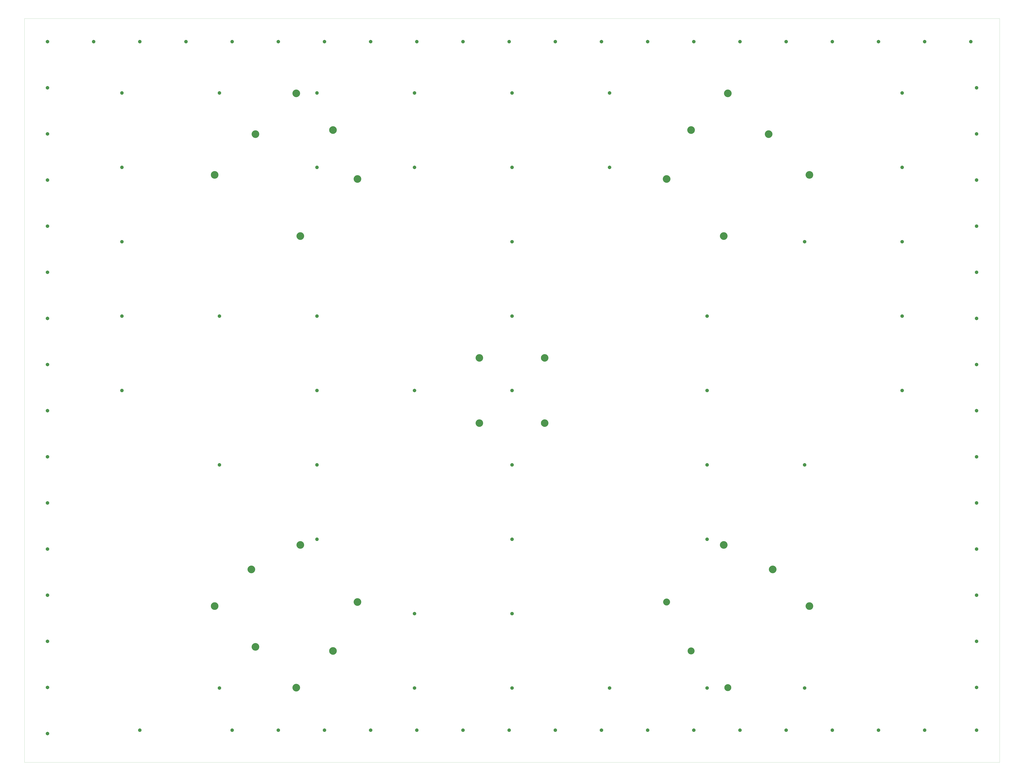
<source format=gbr>
%TF.GenerationSoftware,Altium Limited,Altium Designer,23.9.2 (47)*%
G04 Layer_Color=0*
%FSLAX45Y45*%
%MOMM*%
%TF.SameCoordinates,B27666AA-0A3C-4052-95A3-D01BD246DD82*%
%TF.FilePolarity,Positive*%
%TF.FileFunction,Profile,NP*%
%TF.Part,Single*%
G01*
G75*
%TA.AperFunction,Profile*%
%ADD25C,0.02540*%
G36*
X44753427Y35078427D02*
Y35057126D01*
X44758987Y35014886D01*
X44770013Y34973734D01*
X44786319Y34934375D01*
X44807620Y34897479D01*
X44833554Y34863681D01*
X44863681Y34833554D01*
X44897479Y34807620D01*
X44934375Y34786319D01*
X44973734Y34770013D01*
X45014886Y34758987D01*
X45057126Y34753427D01*
X45078427D01*
X45099728D01*
X45141968Y34758987D01*
X45183118Y34770013D01*
X45222479Y34786319D01*
X45259375Y34807620D01*
X45293173Y34833554D01*
X45323300Y34863681D01*
X45349234Y34897479D01*
X45370535Y34934375D01*
X45386841Y34973734D01*
X45397867Y35014886D01*
X45403427Y35057126D01*
Y35078427D01*
Y35099728D01*
X45397867Y35141968D01*
X45386841Y35183118D01*
X45370535Y35222479D01*
X45349234Y35259375D01*
X45323300Y35293173D01*
X45293173Y35323300D01*
X45259375Y35349234D01*
X45222479Y35370535D01*
X45183118Y35386841D01*
X45141968Y35397867D01*
X45099728Y35403427D01*
X45078427D01*
X45057126D01*
X45014886Y35397867D01*
X44973734Y35386841D01*
X44934375Y35370535D01*
X44897479Y35349234D01*
X44863681Y35323300D01*
X44833554Y35293173D01*
X44807620Y35259375D01*
X44786319Y35222479D01*
X44770013Y35183118D01*
X44758987Y35141968D01*
X44753427Y35099728D01*
Y35078427D01*
D01*
D02*
G37*
G36*
X39096573Y29421573D02*
Y29400272D01*
X39102133Y29358032D01*
X39113159Y29316882D01*
X39129465Y29277521D01*
X39150766Y29240625D01*
X39176700Y29206827D01*
X39206827Y29176700D01*
X39240625Y29150766D01*
X39277521Y29129462D01*
X39316882Y29113159D01*
X39358032Y29102133D01*
X39400272Y29096573D01*
X39421573D01*
X39442874D01*
X39485114Y29102133D01*
X39526266Y29113159D01*
X39565625Y29129462D01*
X39602521Y29150766D01*
X39636319Y29176700D01*
X39666446Y29206827D01*
X39692380Y29240625D01*
X39713681Y29277521D01*
X39729987Y29316882D01*
X39741013Y29358032D01*
X39746573Y29400272D01*
Y29421573D01*
Y29442874D01*
X39741013Y29485114D01*
X39729987Y29526266D01*
X39713681Y29565625D01*
X39692380Y29602521D01*
X39666446Y29636319D01*
X39636319Y29666446D01*
X39602521Y29692380D01*
X39565625Y29713681D01*
X39526266Y29729984D01*
X39485114Y29741013D01*
X39442874Y29746573D01*
X39421573D01*
X39400272D01*
X39358032Y29741013D01*
X39316882Y29729984D01*
X39277521Y29713681D01*
X39240625Y29692380D01*
X39206827Y29666446D01*
X39176700Y29636319D01*
X39150766Y29602521D01*
X39129465Y29565625D01*
X39113159Y29526266D01*
X39102133Y29485114D01*
X39096573Y29442874D01*
Y29421573D01*
D01*
D02*
G37*
G36*
Y35078427D02*
Y35057126D01*
X39102133Y35014886D01*
X39113159Y34973734D01*
X39129465Y34934375D01*
X39150766Y34897479D01*
X39176700Y34863681D01*
X39206827Y34833554D01*
X39240625Y34807620D01*
X39277521Y34786319D01*
X39316882Y34770013D01*
X39358032Y34758987D01*
X39400272Y34753427D01*
X39421573D01*
X39442874D01*
X39485114Y34758987D01*
X39526266Y34770013D01*
X39565625Y34786319D01*
X39602521Y34807620D01*
X39636319Y34833554D01*
X39666446Y34863681D01*
X39692380Y34897479D01*
X39713681Y34934375D01*
X39729987Y34973734D01*
X39741013Y35014886D01*
X39746573Y35057126D01*
Y35078427D01*
Y35099728D01*
X39741013Y35141968D01*
X39729987Y35183118D01*
X39713681Y35222479D01*
X39692380Y35259375D01*
X39666446Y35293173D01*
X39636319Y35323300D01*
X39602521Y35349234D01*
X39565625Y35370535D01*
X39526266Y35386841D01*
X39485114Y35397867D01*
X39442874Y35403427D01*
X39421573D01*
X39400272D01*
X39358032Y35397867D01*
X39316882Y35386841D01*
X39277521Y35370535D01*
X39240625Y35349234D01*
X39206827Y35323300D01*
X39176700Y35293173D01*
X39150766Y35259375D01*
X39129465Y35222479D01*
X39113159Y35183118D01*
X39102133Y35141968D01*
X39096573Y35099728D01*
Y35078427D01*
D01*
D02*
G37*
G36*
X42100000Y32250000D02*
Y32235226D01*
X42105765Y32206247D01*
X42117072Y32178949D01*
X42133487Y32154379D01*
X42154382Y32133487D01*
X42178949Y32117072D01*
X42206247Y32105765D01*
X42235226Y32100000D01*
X42250000D01*
X42264774D01*
X42293753Y32105765D01*
X42321051Y32117072D01*
X42345618Y32133487D01*
X42366513Y32154379D01*
X42382928Y32178949D01*
X42394235Y32206247D01*
X42400000Y32235226D01*
Y32250000D01*
Y32264774D01*
X42394235Y32293753D01*
X42382928Y32321051D01*
X42366513Y32345618D01*
X42345618Y32366513D01*
X42321051Y32382928D01*
X42293753Y32394235D01*
X42264774Y32400000D01*
X42250000D01*
X42235226D01*
X42206247Y32394235D01*
X42178949Y32382928D01*
X42154382Y32366513D01*
X42133487Y32345618D01*
X42117072Y32321051D01*
X42105765Y32293753D01*
X42100000Y32264774D01*
Y32250000D01*
D01*
D02*
G37*
G36*
X44753427Y29421573D02*
Y29400272D01*
X44758987Y29358032D01*
X44770013Y29316882D01*
X44786319Y29277521D01*
X44807620Y29240625D01*
X44833554Y29206827D01*
X44863681Y29176700D01*
X44897479Y29150766D01*
X44934375Y29129462D01*
X44973734Y29113159D01*
X45014886Y29102133D01*
X45057126Y29096573D01*
X45078427D01*
X45099728D01*
X45141968Y29102133D01*
X45183118Y29113159D01*
X45222479Y29129462D01*
X45259375Y29150766D01*
X45293173Y29176700D01*
X45323300Y29206827D01*
X45349234Y29240625D01*
X45370535Y29277521D01*
X45386841Y29316882D01*
X45397867Y29358032D01*
X45403427Y29400272D01*
Y29421573D01*
Y29442874D01*
X45397867Y29485114D01*
X45386841Y29526266D01*
X45370535Y29565625D01*
X45349234Y29602521D01*
X45323300Y29636319D01*
X45293173Y29666446D01*
X45259375Y29692380D01*
X45222479Y29713681D01*
X45183118Y29729984D01*
X45141968Y29741013D01*
X45099728Y29746573D01*
X45078427D01*
X45057126D01*
X45014886Y29741013D01*
X44973734Y29729984D01*
X44934375Y29713681D01*
X44897479Y29692380D01*
X44863681Y29666446D01*
X44833554Y29636319D01*
X44807620Y29602521D01*
X44786319Y29565625D01*
X44770013Y29526266D01*
X44758987Y29485114D01*
X44753427Y29442874D01*
Y29421573D01*
D01*
D02*
G37*
G36*
X33650000Y32250000D02*
Y32235226D01*
X33655765Y32206247D01*
X33667072Y32178949D01*
X33683487Y32154379D01*
X33704379Y32133487D01*
X33728949Y32117072D01*
X33756247Y32105765D01*
X33785226Y32100000D01*
X33800000D01*
X33814774D01*
X33843753Y32105765D01*
X33871051Y32117072D01*
X33895618Y32133487D01*
X33916513Y32154379D01*
X33932928Y32178949D01*
X33944235Y32206247D01*
X33950000Y32235226D01*
Y32250000D01*
Y32264774D01*
X33944235Y32293753D01*
X33932928Y32321051D01*
X33916513Y32345618D01*
X33895618Y32366513D01*
X33871051Y32382928D01*
X33843753Y32394235D01*
X33814774Y32400000D01*
X33800000D01*
X33785226D01*
X33756247Y32394235D01*
X33728949Y32382928D01*
X33704379Y32366513D01*
X33683487Y32345618D01*
X33667072Y32321051D01*
X33655765Y32293753D01*
X33650000Y32264774D01*
Y32250000D01*
D01*
D02*
G37*
G36*
X42100000Y25800000D02*
Y25785226D01*
X42105765Y25756247D01*
X42117072Y25728949D01*
X42133487Y25704379D01*
X42154382Y25683487D01*
X42178949Y25667072D01*
X42206247Y25655765D01*
X42235226Y25650000D01*
X42250000D01*
X42264774D01*
X42293753Y25655765D01*
X42321051Y25667072D01*
X42345618Y25683487D01*
X42366513Y25704379D01*
X42382928Y25728949D01*
X42394235Y25756247D01*
X42400000Y25785226D01*
Y25800000D01*
Y25814774D01*
X42394235Y25843753D01*
X42382928Y25871051D01*
X42366513Y25895618D01*
X42345618Y25916513D01*
X42321051Y25932928D01*
X42293753Y25944235D01*
X42264774Y25950000D01*
X42250000D01*
X42235226D01*
X42206247Y25944235D01*
X42178949Y25932928D01*
X42154382Y25916513D01*
X42133487Y25895618D01*
X42117072Y25871051D01*
X42105765Y25843753D01*
X42100000Y25814774D01*
Y25800000D01*
D01*
D02*
G37*
G36*
X50700000Y51450000D02*
X50685226D01*
X50656247Y51455762D01*
X50628949Y51467072D01*
X50604379Y51483490D01*
X50583487Y51504382D01*
X50567072Y51528949D01*
X50555765Y51556244D01*
X50550000Y51585223D01*
Y51600000D01*
Y51614777D01*
X50555765Y51643750D01*
X50567072Y51671051D01*
X50583487Y51695618D01*
X50604379Y51716510D01*
X50628949Y51732928D01*
X50656247Y51744232D01*
X50685226Y51750000D01*
X50700000D01*
X50714774D01*
X50743753Y51744232D01*
X50771051Y51732928D01*
X50795618Y51716510D01*
X50816513Y51695618D01*
X50832928Y51671051D01*
X50844235Y51643750D01*
X50850000Y51614777D01*
Y51600000D01*
Y51585223D01*
X50844235Y51556244D01*
X50832928Y51528949D01*
X50816513Y51504382D01*
X50795618Y51483490D01*
X50771051Y51467072D01*
X50743753Y51455762D01*
X50714774Y51450000D01*
X50700000D01*
D01*
D02*
G37*
G36*
X55342603Y13907651D02*
Y13887987D01*
X55347736Y13848997D01*
X55357916Y13811011D01*
X55372961Y13774680D01*
X55392627Y13740620D01*
X55416565Y13709422D01*
X55444373Y13681615D01*
X55475574Y13657674D01*
X55509631Y13638011D01*
X55545966Y13622961D01*
X55583948Y13612782D01*
X55622937Y13607651D01*
X55642603D01*
X55662262D01*
X55701257Y13612782D01*
X55739240Y13622961D01*
X55775574Y13638011D01*
X55809631Y13657674D01*
X55840833Y13681615D01*
X55868640Y13709422D01*
X55892578Y13740620D01*
X55912244Y13774680D01*
X55927289Y13811011D01*
X55937469Y13848997D01*
X55942603Y13887987D01*
Y13907651D01*
Y13927313D01*
X55937469Y13966302D01*
X55927289Y14004289D01*
X55912244Y14040620D01*
X55892578Y14074680D01*
X55868640Y14105878D01*
X55840833Y14133685D01*
X55809631Y14157626D01*
X55775574Y14177289D01*
X55739240Y14192339D01*
X55701257Y14202518D01*
X55662262Y14207651D01*
X55642603D01*
X55622937D01*
X55583948Y14202518D01*
X55545966Y14192339D01*
X55509631Y14177289D01*
X55475574Y14157626D01*
X55444373Y14133685D01*
X55416565Y14105878D01*
X55392627Y14074680D01*
X55372961Y14040620D01*
X55357916Y14004289D01*
X55347736Y13966302D01*
X55342603Y13927313D01*
Y13907651D01*
D01*
D02*
G37*
G36*
X67686969Y13554097D02*
Y13532468D01*
X67692615Y13489578D01*
X67703815Y13447794D01*
X67720367Y13407828D01*
X67741998Y13370364D01*
X67768335Y13336044D01*
X67798920Y13305457D01*
X67833240Y13279123D01*
X67870703Y13257494D01*
X67910669Y13240939D01*
X67952454Y13229742D01*
X67995343Y13224097D01*
X68016974D01*
X68038599D01*
X68081488Y13229742D01*
X68123273Y13240939D01*
X68163239Y13257494D01*
X68200702Y13279123D01*
X68235022Y13305457D01*
X68265613Y13336044D01*
X68291943Y13370364D01*
X68313574Y13407828D01*
X68330127Y13447794D01*
X68341327Y13489578D01*
X68346973Y13532468D01*
Y13554097D01*
Y13575726D01*
X68341327Y13618614D01*
X68330127Y13660399D01*
X68313574Y13700365D01*
X68291943Y13737828D01*
X68265613Y13772147D01*
X68235022Y13802736D01*
X68200702Y13829070D01*
X68163239Y13850700D01*
X68123273Y13867255D01*
X68081488Y13878450D01*
X68038599Y13884097D01*
X68016974D01*
X67995343D01*
X67952454Y13878450D01*
X67910669Y13867255D01*
X67870703Y13850700D01*
X67833240Y13829070D01*
X67798920Y13802736D01*
X67768335Y13772147D01*
X67741998Y13737828D01*
X67720367Y13700365D01*
X67703815Y13660399D01*
X67692615Y13618614D01*
X67686969Y13575726D01*
Y13554097D01*
D01*
D02*
G37*
G36*
X64504993Y16736076D02*
Y16714449D01*
X64510638Y16671559D01*
X64521832Y16629774D01*
X64538385Y16589809D01*
X64560016Y16552345D01*
X64586353Y16518027D01*
X64616937Y16487437D01*
X64651257Y16461102D01*
X64688721Y16439474D01*
X64728687Y16422920D01*
X64770471Y16411723D01*
X64813361Y16406078D01*
X64834991D01*
X64856622D01*
X64899512Y16411723D01*
X64941290Y16422920D01*
X64981256Y16439474D01*
X65018719Y16461102D01*
X65053040Y16487437D01*
X65083630Y16518027D01*
X65109967Y16552345D01*
X65131592Y16589809D01*
X65148151Y16629774D01*
X65159344Y16671559D01*
X65164990Y16714449D01*
Y16736076D01*
Y16757706D01*
X65159344Y16800595D01*
X65148151Y16842380D01*
X65131592Y16882346D01*
X65109967Y16919809D01*
X65083630Y16954128D01*
X65053040Y16984717D01*
X65018719Y17011050D01*
X64981256Y17032680D01*
X64941290Y17049236D01*
X64899512Y17060431D01*
X64856622Y17066077D01*
X64834991D01*
X64813361D01*
X64770471Y17060431D01*
X64728687Y17049236D01*
X64688721Y17032680D01*
X64651257Y17011050D01*
X64616937Y16984717D01*
X64586353Y16954128D01*
X64560016Y16919809D01*
X64538385Y16882346D01*
X64521832Y16842380D01*
X64510638Y16800595D01*
X64504993Y16757706D01*
Y16736076D01*
D01*
D02*
G37*
G36*
X59000000Y19350000D02*
Y19335226D01*
X59005762Y19306245D01*
X59017072Y19278947D01*
X59033490Y19254379D01*
X59054382Y19233487D01*
X59078949Y19217072D01*
X59106250Y19205763D01*
X59135223Y19200000D01*
X59150000D01*
X59164777D01*
X59193750Y19205763D01*
X59221051Y19217072D01*
X59245618Y19233487D01*
X59266510Y19254379D01*
X59282928Y19278947D01*
X59294232Y19306245D01*
X59300000Y19335226D01*
Y19350000D01*
Y19364774D01*
X59294232Y19393753D01*
X59282928Y19421051D01*
X59266510Y19445619D01*
X59245618Y19466512D01*
X59221051Y19482928D01*
X59193750Y19494235D01*
X59164777Y19500000D01*
X59150000D01*
X59135223D01*
X59106250Y19494235D01*
X59078949Y19482928D01*
X59054382Y19466512D01*
X59033490Y19445619D01*
X59017072Y19421051D01*
X59005762Y19393753D01*
X59000000Y19364774D01*
Y19350000D01*
D01*
D02*
G37*
G36*
X60262347Y18857397D02*
Y18835768D01*
X60267993Y18792879D01*
X60279193Y18751096D01*
X60295746Y18711130D01*
X60317377Y18673666D01*
X60343707Y18639346D01*
X60374298Y18608759D01*
X60408618Y18582423D01*
X60446082Y18560794D01*
X60486047Y18544240D01*
X60527832Y18533043D01*
X60570721Y18527397D01*
X60592352D01*
X60613977D01*
X60656866Y18533043D01*
X60698651Y18544240D01*
X60738617Y18560794D01*
X60776080Y18582423D01*
X60810400Y18608759D01*
X60840991Y18639346D01*
X60867322Y18673666D01*
X60888953Y18711130D01*
X60905505Y18751096D01*
X60916705Y18792879D01*
X60922351Y18835768D01*
Y18857397D01*
Y18879027D01*
X60916705Y18921915D01*
X60905505Y18963699D01*
X60888953Y19003667D01*
X60867322Y19041129D01*
X60840991Y19075449D01*
X60810400Y19106036D01*
X60776080Y19132372D01*
X60738617Y19153999D01*
X60698651Y19170555D01*
X60656866Y19181750D01*
X60613977Y19187396D01*
X60592352D01*
X60570721D01*
X60527832Y19181750D01*
X60486047Y19170555D01*
X60446082Y19153999D01*
X60408618Y19132372D01*
X60374298Y19106036D01*
X60343707Y19075449D01*
X60317377Y19041129D01*
X60295746Y19003667D01*
X60279193Y18963699D01*
X60267993Y18921915D01*
X60262347Y18879027D01*
Y18857397D01*
D01*
D02*
G37*
G36*
X67450000Y25800000D02*
Y25785226D01*
X67455762Y25756247D01*
X67467072Y25728949D01*
X67483490Y25704379D01*
X67504382Y25683487D01*
X67528949Y25667072D01*
X67556244Y25655765D01*
X67585223Y25650000D01*
X67600000D01*
X67614777D01*
X67643750Y25655765D01*
X67671051Y25667072D01*
X67695618Y25683487D01*
X67716510Y25704379D01*
X67732928Y25728949D01*
X67744232Y25756247D01*
X67750000Y25785226D01*
Y25800000D01*
Y25814774D01*
X67744232Y25843753D01*
X67732928Y25871051D01*
X67716510Y25895618D01*
X67695618Y25916513D01*
X67671051Y25932928D01*
X67643750Y25944235D01*
X67614777Y25950000D01*
X67600000D01*
X67585223D01*
X67556244Y25944235D01*
X67528949Y25932928D01*
X67504382Y25916513D01*
X67483490Y25895618D01*
X67467072Y25871051D01*
X67455762Y25843753D01*
X67450000Y25814774D01*
Y25800000D01*
D01*
D02*
G37*
G36*
X59000000D02*
Y25785226D01*
X59005762Y25756247D01*
X59017072Y25728949D01*
X59033490Y25704379D01*
X59054382Y25683487D01*
X59078949Y25667072D01*
X59106250Y25655765D01*
X59135223Y25650000D01*
X59150000D01*
X59164777D01*
X59193750Y25655765D01*
X59221051Y25667072D01*
X59245618Y25683487D01*
X59266510Y25704379D01*
X59282928Y25728949D01*
X59294232Y25756247D01*
X59300000Y25785226D01*
Y25800000D01*
Y25814774D01*
X59294232Y25843753D01*
X59282928Y25871051D01*
X59266510Y25895618D01*
X59245618Y25916513D01*
X59221051Y25932928D01*
X59193750Y25944235D01*
X59164777Y25950000D01*
X59150000D01*
X59135223D01*
X59106250Y25944235D01*
X59078949Y25932928D01*
X59054382Y25916513D01*
X59033490Y25895618D01*
X59017072Y25871051D01*
X59005762Y25843753D01*
X59000000Y25814774D01*
Y25800000D01*
D01*
D02*
G37*
G36*
Y32250000D02*
Y32235226D01*
X59005762Y32206247D01*
X59017072Y32178949D01*
X59033490Y32154379D01*
X59054382Y32133487D01*
X59078949Y32117072D01*
X59106250Y32105765D01*
X59135223Y32100000D01*
X59150000D01*
X59164777D01*
X59193750Y32105765D01*
X59221051Y32117072D01*
X59245618Y32133487D01*
X59266510Y32154379D01*
X59282928Y32178949D01*
X59294232Y32206247D01*
X59300000Y32235226D01*
Y32250000D01*
Y32264774D01*
X59294232Y32293753D01*
X59282928Y32321051D01*
X59266510Y32345618D01*
X59245618Y32366513D01*
X59221051Y32382928D01*
X59193750Y32394235D01*
X59164777Y32400000D01*
X59150000D01*
X59135223D01*
X59106250Y32394235D01*
X59078949Y32382928D01*
X59054382Y32366513D01*
X59033490Y32345618D01*
X59017072Y32321051D01*
X59005762Y32293753D01*
X59000000Y32264774D01*
Y32250000D01*
D01*
D02*
G37*
G36*
Y38700000D02*
Y38685226D01*
X59005762Y38656247D01*
X59017072Y38628949D01*
X59033490Y38604379D01*
X59054382Y38583487D01*
X59078949Y38567072D01*
X59106250Y38555765D01*
X59135223Y38550000D01*
X59150000D01*
X59164777D01*
X59193750Y38555765D01*
X59221051Y38567072D01*
X59245618Y38583487D01*
X59266510Y38604379D01*
X59282928Y38628949D01*
X59294232Y38656247D01*
X59300000Y38685226D01*
Y38700000D01*
Y38714774D01*
X59294232Y38743753D01*
X59282928Y38771051D01*
X59266510Y38795618D01*
X59245618Y38816513D01*
X59221051Y38832928D01*
X59193750Y38844235D01*
X59164777Y38850000D01*
X59150000D01*
X59135223D01*
X59106250Y38844235D01*
X59078949Y38832928D01*
X59054382Y38816513D01*
X59033490Y38795618D01*
X59017072Y38771051D01*
X59005762Y38743753D01*
X59000000Y38714774D01*
Y38700000D01*
D01*
D02*
G37*
G36*
X67450000Y45150000D02*
Y45135226D01*
X67455762Y45106247D01*
X67467072Y45078949D01*
X67483490Y45054379D01*
X67504382Y45033487D01*
X67528949Y45017072D01*
X67556244Y45005765D01*
X67585223Y45000000D01*
X67600000D01*
X67614777D01*
X67643750Y45005765D01*
X67671051Y45017072D01*
X67695618Y45033487D01*
X67716510Y45054379D01*
X67732928Y45078949D01*
X67744232Y45106247D01*
X67750000Y45135226D01*
Y45150000D01*
Y45164774D01*
X67744232Y45193753D01*
X67732928Y45221051D01*
X67716510Y45245618D01*
X67695618Y45266513D01*
X67671051Y45282928D01*
X67643750Y45294235D01*
X67614777Y45300000D01*
X67600000D01*
X67585223D01*
X67556244Y45294235D01*
X67528949Y45282928D01*
X67504382Y45266513D01*
X67483490Y45245618D01*
X67467072Y45221051D01*
X67455762Y45193753D01*
X67450000Y45164774D01*
Y45150000D01*
D01*
D02*
G37*
G36*
X60262347Y45642603D02*
Y45620972D01*
X60267993Y45578085D01*
X60279193Y45536301D01*
X60295746Y45496335D01*
X60317377Y45458871D01*
X60343707Y45424551D01*
X60374298Y45393964D01*
X60408618Y45367627D01*
X60446082Y45345999D01*
X60486047Y45329446D01*
X60527832Y45318250D01*
X60570721Y45312601D01*
X60592352D01*
X60613977D01*
X60656866Y45318250D01*
X60698651Y45329446D01*
X60738617Y45345999D01*
X60776080Y45367627D01*
X60810400Y45393964D01*
X60840991Y45424551D01*
X60867322Y45458871D01*
X60888953Y45496335D01*
X60905505Y45536301D01*
X60916705Y45578085D01*
X60922351Y45620972D01*
Y45642603D01*
Y45664233D01*
X60916705Y45707120D01*
X60905505Y45748904D01*
X60888953Y45788870D01*
X60867322Y45826334D01*
X60840991Y45860654D01*
X60810400Y45891241D01*
X60776080Y45917575D01*
X60738617Y45939206D01*
X60698651Y45955759D01*
X60656866Y45966956D01*
X60613977Y45972601D01*
X60592352D01*
X60570721D01*
X60527832Y45966956D01*
X60486047Y45955759D01*
X60446082Y45939206D01*
X60408618Y45917575D01*
X60374298Y45891241D01*
X60343707Y45860654D01*
X60317377Y45826334D01*
X60295746Y45788870D01*
X60279193Y45748904D01*
X60267993Y45707120D01*
X60262347Y45664233D01*
Y45642603D01*
D01*
D02*
G37*
G36*
X55312604Y50592349D02*
Y50570721D01*
X55318250Y50527832D01*
X55329443Y50486047D01*
X55345996Y50446082D01*
X55367627Y50408618D01*
X55393964Y50374298D01*
X55424548Y50343710D01*
X55458868Y50317377D01*
X55496332Y50295746D01*
X55536298Y50279193D01*
X55578082Y50267996D01*
X55620972Y50262350D01*
X55642603D01*
X55664233D01*
X55707123Y50267996D01*
X55748907Y50279193D01*
X55788873Y50295746D01*
X55826337Y50317377D01*
X55860651Y50343710D01*
X55891241Y50374298D01*
X55917578Y50408618D01*
X55939203Y50446082D01*
X55955762Y50486047D01*
X55966956Y50527832D01*
X55972601Y50570721D01*
Y50592349D01*
Y50613980D01*
X55966956Y50656870D01*
X55955762Y50698651D01*
X55939203Y50738617D01*
X55917578Y50776080D01*
X55891241Y50810400D01*
X55860651Y50840988D01*
X55826337Y50867325D01*
X55788873Y50888953D01*
X55748907Y50905508D01*
X55707123Y50916705D01*
X55664233Y50922351D01*
X55642603D01*
X55620972D01*
X55578082Y50916705D01*
X55536298Y50905508D01*
X55496332Y50888953D01*
X55458868Y50867325D01*
X55424548Y50840988D01*
X55393964Y50810400D01*
X55367627Y50776080D01*
X55345996Y50738617D01*
X55329443Y50698651D01*
X55318250Y50656870D01*
X55312604Y50613980D01*
Y50592349D01*
D01*
D02*
G37*
G36*
X67686969Y50945901D02*
Y50924274D01*
X67692615Y50881384D01*
X67703815Y50839600D01*
X67720367Y50799634D01*
X67741998Y50762173D01*
X67768335Y50727853D01*
X67798920Y50697263D01*
X67833240Y50670929D01*
X67870703Y50649301D01*
X67910669Y50632745D01*
X67952454Y50621548D01*
X67995343Y50615903D01*
X68016974D01*
X68038599D01*
X68081488Y50621548D01*
X68123273Y50632745D01*
X68163239Y50649301D01*
X68200702Y50670929D01*
X68235022Y50697263D01*
X68265613Y50727853D01*
X68291943Y50762173D01*
X68313574Y50799634D01*
X68330127Y50839600D01*
X68341327Y50881384D01*
X68346973Y50924274D01*
Y50945901D01*
Y50967532D01*
X68341327Y51010422D01*
X68330127Y51052206D01*
X68313574Y51092172D01*
X68291943Y51129636D01*
X68265613Y51163953D01*
X68235022Y51194543D01*
X68200702Y51220874D01*
X68163239Y51242505D01*
X68123273Y51259064D01*
X68081488Y51270258D01*
X68038599Y51275903D01*
X68016974D01*
X67995343D01*
X67952454Y51270258D01*
X67910669Y51259064D01*
X67870703Y51242505D01*
X67833240Y51220874D01*
X67798920Y51194543D01*
X67768335Y51163953D01*
X67741998Y51129636D01*
X67720367Y51092172D01*
X67703815Y51052206D01*
X67692615Y51010422D01*
X67686969Y50967532D01*
Y50945901D01*
D01*
D02*
G37*
G36*
X64151434Y54481439D02*
Y54459808D01*
X64157080Y54416919D01*
X64168280Y54375134D01*
X64184833Y54335168D01*
X64206464Y54297705D01*
X64232800Y54263385D01*
X64263385Y54232800D01*
X64297705Y54206464D01*
X64335168Y54184833D01*
X64375134Y54168280D01*
X64416919Y54157080D01*
X64459808Y54151434D01*
X64481439D01*
X64503064D01*
X64545953Y54157080D01*
X64587738Y54168280D01*
X64627704Y54184833D01*
X64665167Y54206464D01*
X64699487Y54232800D01*
X64730078Y54263385D01*
X64756409Y54297705D01*
X64778040Y54335168D01*
X64794592Y54375134D01*
X64805792Y54416919D01*
X64811438Y54459808D01*
Y54481439D01*
Y54503064D01*
X64805792Y54545953D01*
X64794592Y54587738D01*
X64778040Y54627704D01*
X64756409Y54665167D01*
X64730078Y54699487D01*
X64699487Y54730078D01*
X64665167Y54756409D01*
X64627704Y54778040D01*
X64587738Y54794592D01*
X64545953Y54805792D01*
X64503064Y54811438D01*
X64481439D01*
X64459808D01*
X64416919Y54805792D01*
X64375134Y54794592D01*
X64335168Y54778040D01*
X64297705Y54756409D01*
X64263385Y54730078D01*
X64232800Y54699487D01*
X64206464Y54665167D01*
X64184833Y54627704D01*
X64168280Y54587738D01*
X64157080Y54545953D01*
X64151434Y54503064D01*
Y54481439D01*
D01*
D02*
G37*
G36*
X57433923Y54834991D02*
Y54813361D01*
X57439569Y54770471D01*
X57450763Y54728687D01*
X57467322Y54688721D01*
X57488947Y54651257D01*
X57515283Y54616937D01*
X57545874Y54586353D01*
X57580188Y54560016D01*
X57617651Y54538385D01*
X57657617Y54521832D01*
X57699408Y54510638D01*
X57742291Y54504993D01*
X57763922D01*
X57785553D01*
X57828442Y54510638D01*
X57870227Y54521832D01*
X57910193Y54538385D01*
X57947656Y54560016D01*
X57981976Y54586353D01*
X58012561Y54616937D01*
X58038898Y54651257D01*
X58060529Y54688721D01*
X58077081Y54728687D01*
X58088275Y54770471D01*
X58093921Y54813361D01*
Y54834991D01*
Y54856622D01*
X58088275Y54899506D01*
X58077081Y54941290D01*
X58060529Y54981256D01*
X58038898Y55018719D01*
X58012561Y55053040D01*
X57981976Y55083630D01*
X57947656Y55109967D01*
X57910193Y55131592D01*
X57870227Y55148151D01*
X57828442Y55159344D01*
X57785553Y55164990D01*
X57763922D01*
X57742291D01*
X57699408Y55159344D01*
X57657617Y55148151D01*
X57617651Y55131592D01*
X57580188Y55109967D01*
X57545874Y55083630D01*
X57515283Y55053040D01*
X57488947Y55018719D01*
X57467322Y54981256D01*
X57450763Y54941290D01*
X57439569Y54899506D01*
X57433923Y54856622D01*
Y54834991D01*
D01*
D02*
G37*
G36*
X60615906Y58016974D02*
Y57995343D01*
X60621552Y57952454D01*
X60632745Y57910669D01*
X60649298Y57870703D01*
X60670929Y57833240D01*
X60697266Y57798920D01*
X60727850Y57768335D01*
X60762170Y57741998D01*
X60799634Y57720367D01*
X60839600Y57703815D01*
X60881384Y57692615D01*
X60924274Y57686969D01*
X60945905D01*
X60967529D01*
X61010419Y57692615D01*
X61052203Y57703815D01*
X61092169Y57720367D01*
X61129633Y57741998D01*
X61163953Y57768335D01*
X61194543Y57798920D01*
X61220874Y57833240D01*
X61242505Y57870703D01*
X61259064Y57910669D01*
X61270258Y57952454D01*
X61275903Y57995343D01*
Y58016974D01*
Y58038599D01*
X61270258Y58081488D01*
X61259064Y58123273D01*
X61242505Y58163239D01*
X61220874Y58200702D01*
X61194543Y58235022D01*
X61163953Y58265613D01*
X61129633Y58291943D01*
X61092169Y58313574D01*
X61052203Y58330127D01*
X61010419Y58341327D01*
X60967529Y58346973D01*
X60945905D01*
X60924274D01*
X60881384Y58341327D01*
X60839600Y58330127D01*
X60799634Y58313574D01*
X60762170Y58291943D01*
X60727850Y58265613D01*
X60697266Y58235022D01*
X60670929Y58200702D01*
X60649298Y58163239D01*
X60632745Y58123273D01*
X60621552Y58081488D01*
X60615906Y58038599D01*
Y58016974D01*
D01*
D02*
G37*
G36*
X50000000Y62350000D02*
X49985226D01*
X49956247Y62355762D01*
X49928949Y62367072D01*
X49904382Y62383490D01*
X49883487Y62404382D01*
X49867072Y62428949D01*
X49855765Y62456244D01*
X49850000Y62485223D01*
Y62500000D01*
Y62514777D01*
X49855765Y62543750D01*
X49867072Y62571051D01*
X49883487Y62595618D01*
X49904382Y62616510D01*
X49928949Y62632928D01*
X49956247Y62644232D01*
X49985226Y62650000D01*
X50000000D01*
X50014774D01*
X50043753Y62644232D01*
X50071051Y62632928D01*
X50095618Y62616510D01*
X50116513Y62595618D01*
X50132928Y62571051D01*
X50144235Y62543750D01*
X50150000Y62514777D01*
Y62500000D01*
Y62485223D01*
X50144235Y62456244D01*
X50132928Y62428949D01*
X50116513Y62404382D01*
X50095618Y62383490D01*
X50071051Y62367072D01*
X50043753Y62355762D01*
X50014774Y62350000D01*
X50000000D01*
D01*
D02*
G37*
G36*
X54000000D02*
X53985223D01*
X53956244Y62355762D01*
X53928949Y62367072D01*
X53904382Y62383490D01*
X53883490Y62404382D01*
X53867072Y62428949D01*
X53855762Y62456244D01*
X53850000Y62485223D01*
Y62500000D01*
Y62514777D01*
X53855762Y62543750D01*
X53867072Y62571051D01*
X53883490Y62595618D01*
X53904382Y62616510D01*
X53928949Y62632928D01*
X53956244Y62644232D01*
X53985223Y62650000D01*
X54000000D01*
X54014777D01*
X54043750Y62644232D01*
X54071051Y62632928D01*
X54095618Y62616510D01*
X54116510Y62595618D01*
X54132928Y62571051D01*
X54144232Y62543750D01*
X54150000Y62514777D01*
Y62500000D01*
Y62485223D01*
X54144232Y62456244D01*
X54132928Y62428949D01*
X54116510Y62404382D01*
X54095618Y62383490D01*
X54071051Y62367072D01*
X54043750Y62355762D01*
X54014777Y62350000D01*
X54000000D01*
D01*
D02*
G37*
G36*
X58000000D02*
X57985223D01*
X57956250Y62355762D01*
X57928949Y62367072D01*
X57904382Y62383490D01*
X57883490Y62404382D01*
X57867072Y62428949D01*
X57855762Y62456244D01*
X57850000Y62485223D01*
Y62500000D01*
Y62514777D01*
X57855762Y62543750D01*
X57867072Y62571051D01*
X57883490Y62595618D01*
X57904382Y62616510D01*
X57928949Y62632928D01*
X57956250Y62644232D01*
X57985223Y62650000D01*
X58000000D01*
X58014777D01*
X58043750Y62644232D01*
X58071051Y62632928D01*
X58095618Y62616510D01*
X58116510Y62595618D01*
X58132928Y62571051D01*
X58144238Y62543750D01*
X58150000Y62514777D01*
Y62500000D01*
Y62485223D01*
X58144238Y62456244D01*
X58132928Y62428949D01*
X58116510Y62404382D01*
X58095618Y62383490D01*
X58071051Y62367072D01*
X58043750Y62355762D01*
X58014777Y62350000D01*
X58000000D01*
D01*
D02*
G37*
G36*
X62000000D02*
X61985223D01*
X61956244Y62355762D01*
X61928949Y62367072D01*
X61904382Y62383490D01*
X61883490Y62404382D01*
X61867072Y62428949D01*
X61855762Y62456244D01*
X61850000Y62485223D01*
Y62500000D01*
Y62514777D01*
X61855762Y62543750D01*
X61867072Y62571051D01*
X61883490Y62595618D01*
X61904382Y62616510D01*
X61928949Y62632928D01*
X61956244Y62644232D01*
X61985223Y62650000D01*
X62000000D01*
X62014777D01*
X62043750Y62644232D01*
X62071051Y62632928D01*
X62095618Y62616510D01*
X62116510Y62595618D01*
X62132928Y62571051D01*
X62144232Y62543750D01*
X62150000Y62514777D01*
Y62500000D01*
Y62485223D01*
X62144232Y62456244D01*
X62132928Y62428949D01*
X62116510Y62404382D01*
X62095618Y62383490D01*
X62071051Y62367072D01*
X62043750Y62355762D01*
X62014777Y62350000D01*
X62000000D01*
D01*
D02*
G37*
G36*
X65850000Y62500000D02*
Y62485223D01*
X65855762Y62456244D01*
X65867072Y62428949D01*
X65883490Y62404382D01*
X65904382Y62383490D01*
X65928949Y62367072D01*
X65956250Y62355762D01*
X65985223Y62350000D01*
X66000000D01*
X66014777D01*
X66043750Y62355762D01*
X66071051Y62367072D01*
X66095618Y62383490D01*
X66116510Y62404382D01*
X66132928Y62428949D01*
X66144238Y62456244D01*
X66150000Y62485223D01*
Y62500000D01*
Y62514777D01*
X66144238Y62543750D01*
X66132928Y62571051D01*
X66116510Y62595618D01*
X66095618Y62616510D01*
X66071051Y62632928D01*
X66043750Y62644232D01*
X66014777Y62650000D01*
X66000000D01*
X65985223D01*
X65956250Y62644232D01*
X65928949Y62632928D01*
X65904382Y62616510D01*
X65883490Y62595618D01*
X65867072Y62571051D01*
X65855762Y62543750D01*
X65850000Y62514777D01*
Y62500000D01*
D01*
D02*
G37*
G36*
X69850000D02*
Y62485223D01*
X69855762Y62456244D01*
X69867072Y62428949D01*
X69883490Y62404382D01*
X69904382Y62383490D01*
X69928949Y62367072D01*
X69956244Y62355762D01*
X69985223Y62350000D01*
X70000000D01*
X70014777D01*
X70043750Y62355762D01*
X70071051Y62367072D01*
X70095618Y62383490D01*
X70116510Y62404382D01*
X70132928Y62428949D01*
X70144232Y62456244D01*
X70150000Y62485223D01*
Y62500000D01*
Y62514777D01*
X70144232Y62543750D01*
X70132928Y62571051D01*
X70116510Y62595618D01*
X70095618Y62616510D01*
X70071051Y62632928D01*
X70043750Y62644232D01*
X70014777Y62650000D01*
X70000000D01*
X69985223D01*
X69956244Y62644232D01*
X69928949Y62632928D01*
X69904382Y62616510D01*
X69883490Y62595618D01*
X69867072Y62571051D01*
X69855762Y62543750D01*
X69850000Y62514777D01*
Y62500000D01*
D01*
D02*
G37*
G36*
X73850000D02*
Y62485223D01*
X73855762Y62456244D01*
X73867072Y62428949D01*
X73883490Y62404382D01*
X73904382Y62383490D01*
X73928949Y62367072D01*
X73956250Y62355762D01*
X73985223Y62350000D01*
X74000000D01*
X74014777D01*
X74043750Y62355762D01*
X74071051Y62367072D01*
X74095618Y62383490D01*
X74116510Y62404382D01*
X74132928Y62428949D01*
X74144238Y62456244D01*
X74150000Y62485223D01*
Y62500000D01*
Y62514777D01*
X74144238Y62543750D01*
X74132928Y62571051D01*
X74116510Y62595618D01*
X74095618Y62616510D01*
X74071051Y62632928D01*
X74043750Y62644232D01*
X74014777Y62650000D01*
X74000000D01*
X73985223D01*
X73956250Y62644232D01*
X73928949Y62632928D01*
X73904382Y62616510D01*
X73883490Y62595618D01*
X73867072Y62571051D01*
X73855762Y62543750D01*
X73850000Y62514777D01*
Y62500000D01*
D01*
D02*
G37*
G36*
X77850000D02*
Y62485223D01*
X77855762Y62456244D01*
X77867072Y62428949D01*
X77883490Y62404382D01*
X77904382Y62383490D01*
X77928949Y62367072D01*
X77956244Y62355762D01*
X77985223Y62350000D01*
X78000000D01*
X78014777D01*
X78043750Y62355762D01*
X78071051Y62367072D01*
X78095618Y62383490D01*
X78116510Y62404382D01*
X78132928Y62428949D01*
X78144232Y62456244D01*
X78150000Y62485223D01*
Y62500000D01*
Y62514777D01*
X78144232Y62543750D01*
X78132928Y62571051D01*
X78116510Y62595618D01*
X78095618Y62616510D01*
X78071051Y62632928D01*
X78043750Y62644232D01*
X78014777Y62650000D01*
X78000000D01*
X77985223D01*
X77956244Y62644232D01*
X77928949Y62632928D01*
X77904382Y62616510D01*
X77883490Y62595618D01*
X77867072Y62571051D01*
X77855762Y62543750D01*
X77850000Y62514777D01*
Y62500000D01*
D01*
D02*
G37*
G36*
X81850000D02*
Y62485223D01*
X81855762Y62456244D01*
X81867072Y62428949D01*
X81883490Y62404382D01*
X81904382Y62383490D01*
X81928949Y62367072D01*
X81956250Y62355762D01*
X81985223Y62350000D01*
X82000000D01*
X82014777D01*
X82043750Y62355762D01*
X82071051Y62367072D01*
X82095618Y62383490D01*
X82116510Y62404382D01*
X82132928Y62428949D01*
X82144238Y62456244D01*
X82150000Y62485223D01*
Y62500000D01*
Y62514777D01*
X82144238Y62543750D01*
X82132928Y62571051D01*
X82116510Y62595618D01*
X82095618Y62616510D01*
X82071051Y62632928D01*
X82043750Y62644232D01*
X82014777Y62650000D01*
X82000000D01*
X81985223D01*
X81956250Y62644232D01*
X81928949Y62632928D01*
X81904382Y62616510D01*
X81883490Y62595618D01*
X81867072Y62571051D01*
X81855762Y62543750D01*
X81850000Y62514777D01*
Y62500000D01*
D01*
D02*
G37*
G36*
X75900000Y58050000D02*
Y58035223D01*
X75905762Y58006244D01*
X75917072Y57978949D01*
X75933490Y57954382D01*
X75954382Y57933490D01*
X75978949Y57917072D01*
X76006250Y57905762D01*
X76035223Y57900000D01*
X76050000D01*
X76064777D01*
X76093750Y57905762D01*
X76121051Y57917072D01*
X76145618Y57933490D01*
X76166510Y57954382D01*
X76182928Y57978949D01*
X76194232Y58006244D01*
X76200000Y58035223D01*
Y58050000D01*
Y58064777D01*
X76194232Y58093750D01*
X76182928Y58121051D01*
X76166510Y58145618D01*
X76145618Y58166510D01*
X76121051Y58182928D01*
X76093750Y58194232D01*
X76064777Y58200000D01*
X76050000D01*
X76035223D01*
X76006250Y58194232D01*
X75978949Y58182928D01*
X75954382Y58166510D01*
X75933490Y58145618D01*
X75917072Y58121051D01*
X75905762Y58093750D01*
X75900000Y58064777D01*
Y58050000D01*
D01*
D02*
G37*
G36*
X82350000Y58500000D02*
Y58485223D01*
X82355762Y58456244D01*
X82367072Y58428949D01*
X82383490Y58404382D01*
X82404382Y58383490D01*
X82428949Y58367072D01*
X82456250Y58355762D01*
X82485223Y58350000D01*
X82500000D01*
X82514777D01*
X82543750Y58355762D01*
X82571051Y58367072D01*
X82595618Y58383490D01*
X82616510Y58404382D01*
X82632928Y58428949D01*
X82644238Y58456244D01*
X82650000Y58485223D01*
Y58500000D01*
Y58514771D01*
X82644238Y58543750D01*
X82632928Y58571051D01*
X82616510Y58595618D01*
X82595618Y58616510D01*
X82571051Y58632928D01*
X82543750Y58644232D01*
X82514777Y58650000D01*
X82500000D01*
X82485223D01*
X82456250Y58644232D01*
X82428949Y58632928D01*
X82404382Y58616510D01*
X82383490Y58595618D01*
X82367072Y58571051D01*
X82355762Y58543750D01*
X82350000Y58514771D01*
Y58500000D01*
D01*
D02*
G37*
G36*
Y54500000D02*
Y54485223D01*
X82355762Y54456244D01*
X82367072Y54428949D01*
X82383490Y54404382D01*
X82404382Y54383490D01*
X82428949Y54367072D01*
X82456250Y54355762D01*
X82485223Y54350000D01*
X82500000D01*
X82514777D01*
X82543750Y54355762D01*
X82571051Y54367072D01*
X82595618Y54383490D01*
X82616510Y54404382D01*
X82632928Y54428949D01*
X82644238Y54456244D01*
X82650000Y54485223D01*
Y54500000D01*
Y54514777D01*
X82644238Y54543750D01*
X82632928Y54571051D01*
X82616510Y54595618D01*
X82595618Y54616510D01*
X82571051Y54632928D01*
X82543750Y54644232D01*
X82514777Y54650000D01*
X82500000D01*
X82485223D01*
X82456250Y54644232D01*
X82428949Y54632928D01*
X82404382Y54616510D01*
X82383490Y54595618D01*
X82367072Y54571051D01*
X82355762Y54543750D01*
X82350000Y54514777D01*
Y54500000D01*
D01*
D02*
G37*
G36*
X75900000Y51600000D02*
Y51585223D01*
X75905762Y51556244D01*
X75917072Y51528949D01*
X75933490Y51504382D01*
X75954382Y51483490D01*
X75978949Y51467072D01*
X76006250Y51455762D01*
X76035223Y51450000D01*
X76050000D01*
X76064777D01*
X76093750Y51455762D01*
X76121051Y51467072D01*
X76145618Y51483490D01*
X76166510Y51504382D01*
X76182928Y51528949D01*
X76194232Y51556244D01*
X76200000Y51585223D01*
Y51600000D01*
Y51614777D01*
X76194232Y51643750D01*
X76182928Y51671051D01*
X76166510Y51695618D01*
X76145618Y51716510D01*
X76121051Y51732928D01*
X76093750Y51744232D01*
X76064777Y51750000D01*
X76050000D01*
X76035223D01*
X76006250Y51744232D01*
X75978949Y51732928D01*
X75954382Y51716510D01*
X75933490Y51695618D01*
X75917072Y51671051D01*
X75905762Y51643750D01*
X75900000Y51614777D01*
Y51600000D01*
D01*
D02*
G37*
G36*
X82350000Y50500000D02*
Y50485226D01*
X82355762Y50456247D01*
X82367072Y50428949D01*
X82383490Y50404379D01*
X82404382Y50383487D01*
X82428949Y50367072D01*
X82456250Y50355765D01*
X82485223Y50350000D01*
X82500000D01*
X82514777D01*
X82543750Y50355765D01*
X82571051Y50367072D01*
X82595618Y50383487D01*
X82616510Y50404379D01*
X82632928Y50428949D01*
X82644238Y50456247D01*
X82650000Y50485226D01*
Y50500000D01*
Y50514774D01*
X82644238Y50543753D01*
X82632928Y50571051D01*
X82616510Y50595618D01*
X82595618Y50616513D01*
X82571051Y50632928D01*
X82543750Y50644235D01*
X82514777Y50650000D01*
X82500000D01*
X82485223D01*
X82456250Y50644235D01*
X82428949Y50632928D01*
X82404382Y50616513D01*
X82383490Y50595618D01*
X82367072Y50571051D01*
X82355762Y50543753D01*
X82350000Y50514774D01*
Y50500000D01*
D01*
D02*
G37*
G36*
Y46500000D02*
Y46485226D01*
X82355762Y46456247D01*
X82367072Y46428949D01*
X82383490Y46404379D01*
X82404382Y46383487D01*
X82428949Y46367072D01*
X82456250Y46355765D01*
X82485223Y46350000D01*
X82500000D01*
X82514777D01*
X82543750Y46355765D01*
X82571051Y46367072D01*
X82595618Y46383487D01*
X82616510Y46404379D01*
X82632928Y46428949D01*
X82644238Y46456247D01*
X82650000Y46485226D01*
Y46500000D01*
Y46514774D01*
X82644238Y46543753D01*
X82632928Y46571051D01*
X82616510Y46595618D01*
X82595618Y46616513D01*
X82571051Y46632928D01*
X82543750Y46644235D01*
X82514777Y46650000D01*
X82500000D01*
X82485223D01*
X82456250Y46644235D01*
X82428949Y46632928D01*
X82404382Y46616513D01*
X82383490Y46595618D01*
X82367072Y46571051D01*
X82355762Y46543753D01*
X82350000Y46514774D01*
Y46500000D01*
D01*
D02*
G37*
G36*
X75900000Y45150000D02*
Y45135226D01*
X75905762Y45106247D01*
X75917072Y45078949D01*
X75933490Y45054379D01*
X75954382Y45033487D01*
X75978949Y45017072D01*
X76006250Y45005765D01*
X76035223Y45000000D01*
X76050000D01*
X76064777D01*
X76093750Y45005765D01*
X76121051Y45017072D01*
X76145618Y45033487D01*
X76166510Y45054379D01*
X76182928Y45078949D01*
X76194232Y45106247D01*
X76200000Y45135226D01*
Y45150000D01*
Y45164774D01*
X76194232Y45193753D01*
X76182928Y45221051D01*
X76166510Y45245618D01*
X76145618Y45266513D01*
X76121051Y45282928D01*
X76093750Y45294235D01*
X76064777Y45300000D01*
X76050000D01*
X76035223D01*
X76006250Y45294235D01*
X75978949Y45282928D01*
X75954382Y45266513D01*
X75933490Y45245618D01*
X75917072Y45221051D01*
X75905762Y45193753D01*
X75900000Y45164774D01*
Y45150000D01*
D01*
D02*
G37*
G36*
X82350000Y42500000D02*
Y42485226D01*
X82355762Y42456247D01*
X82367072Y42428949D01*
X82383490Y42404379D01*
X82404382Y42383487D01*
X82428949Y42367072D01*
X82456250Y42355765D01*
X82485223Y42350000D01*
X82500000D01*
X82514777D01*
X82543750Y42355765D01*
X82571051Y42367072D01*
X82595618Y42383487D01*
X82616510Y42404379D01*
X82632928Y42428949D01*
X82644238Y42456247D01*
X82650000Y42485226D01*
Y42500000D01*
Y42514774D01*
X82644238Y42543753D01*
X82632928Y42571051D01*
X82616510Y42595618D01*
X82595618Y42616513D01*
X82571051Y42632928D01*
X82543750Y42644235D01*
X82514777Y42650000D01*
X82500000D01*
X82485223D01*
X82456250Y42644235D01*
X82428949Y42632928D01*
X82404382Y42616513D01*
X82383490Y42595618D01*
X82367072Y42571051D01*
X82355762Y42543753D01*
X82350000Y42514774D01*
Y42500000D01*
D01*
D02*
G37*
G36*
X75900000Y38700000D02*
Y38685226D01*
X75905762Y38656247D01*
X75917072Y38628949D01*
X75933490Y38604379D01*
X75954382Y38583487D01*
X75978949Y38567072D01*
X76006250Y38555765D01*
X76035223Y38550000D01*
X76050000D01*
X76064777D01*
X76093750Y38555765D01*
X76121051Y38567072D01*
X76145618Y38583487D01*
X76166510Y38604379D01*
X76182928Y38628949D01*
X76194232Y38656247D01*
X76200000Y38685226D01*
Y38700000D01*
Y38714774D01*
X76194232Y38743753D01*
X76182928Y38771051D01*
X76166510Y38795618D01*
X76145618Y38816513D01*
X76121051Y38832928D01*
X76093750Y38844235D01*
X76064777Y38850000D01*
X76050000D01*
X76035223D01*
X76006250Y38844235D01*
X75978949Y38832928D01*
X75954382Y38816513D01*
X75933490Y38795618D01*
X75917072Y38771051D01*
X75905762Y38743753D01*
X75900000Y38714774D01*
Y38700000D01*
D01*
D02*
G37*
G36*
X82350000Y38500000D02*
Y38485226D01*
X82355762Y38456247D01*
X82367072Y38428949D01*
X82383490Y38404379D01*
X82404382Y38383487D01*
X82428949Y38367072D01*
X82456250Y38355765D01*
X82485223Y38350000D01*
X82500000D01*
X82514777D01*
X82543750Y38355765D01*
X82571051Y38367072D01*
X82595618Y38383487D01*
X82616510Y38404379D01*
X82632928Y38428949D01*
X82644238Y38456247D01*
X82650000Y38485226D01*
Y38500000D01*
Y38514774D01*
X82644238Y38543753D01*
X82632928Y38571051D01*
X82616510Y38595618D01*
X82595618Y38616513D01*
X82571051Y38632928D01*
X82543750Y38644235D01*
X82514777Y38650000D01*
X82500000D01*
X82485223D01*
X82456250Y38644235D01*
X82428949Y38632928D01*
X82404382Y38616513D01*
X82383490Y38595618D01*
X82367072Y38571051D01*
X82355762Y38543753D01*
X82350000Y38514774D01*
Y38500000D01*
D01*
D02*
G37*
G36*
Y34500000D02*
Y34485226D01*
X82355762Y34456247D01*
X82367072Y34428949D01*
X82383490Y34404379D01*
X82404382Y34383487D01*
X82428949Y34367072D01*
X82456250Y34355765D01*
X82485223Y34350000D01*
X82500000D01*
X82514777D01*
X82543750Y34355765D01*
X82571051Y34367072D01*
X82595618Y34383487D01*
X82616510Y34404379D01*
X82632928Y34428949D01*
X82644238Y34456247D01*
X82650000Y34485226D01*
Y34500000D01*
Y34514774D01*
X82644238Y34543753D01*
X82632928Y34571051D01*
X82616510Y34595618D01*
X82595618Y34616513D01*
X82571051Y34632928D01*
X82543750Y34644235D01*
X82514777Y34650000D01*
X82500000D01*
X82485223D01*
X82456250Y34644235D01*
X82428949Y34632928D01*
X82404382Y34616513D01*
X82383490Y34595618D01*
X82367072Y34571051D01*
X82355762Y34543753D01*
X82350000Y34514774D01*
Y34500000D01*
D01*
D02*
G37*
G36*
X75900000Y32250000D02*
Y32235226D01*
X75905762Y32206247D01*
X75917072Y32178949D01*
X75933490Y32154379D01*
X75954382Y32133487D01*
X75978949Y32117072D01*
X76006250Y32105765D01*
X76035223Y32100000D01*
X76050000D01*
X76064777D01*
X76093750Y32105765D01*
X76121051Y32117072D01*
X76145618Y32133487D01*
X76166510Y32154379D01*
X76182928Y32178949D01*
X76194232Y32206247D01*
X76200000Y32235226D01*
Y32250000D01*
Y32264774D01*
X76194232Y32293753D01*
X76182928Y32321051D01*
X76166510Y32345618D01*
X76145618Y32366513D01*
X76121051Y32382928D01*
X76093750Y32394235D01*
X76064777Y32400000D01*
X76050000D01*
X76035223D01*
X76006250Y32394235D01*
X75978949Y32382928D01*
X75954382Y32366513D01*
X75933490Y32345618D01*
X75917072Y32321051D01*
X75905762Y32293753D01*
X75900000Y32264774D01*
Y32250000D01*
D01*
D02*
G37*
G36*
X82350000Y30500000D02*
Y30485226D01*
X82355762Y30456247D01*
X82367072Y30428949D01*
X82383490Y30404379D01*
X82404382Y30383487D01*
X82428949Y30367072D01*
X82456250Y30355765D01*
X82485223Y30350000D01*
X82500000D01*
X82514777D01*
X82543750Y30355765D01*
X82571051Y30367072D01*
X82595618Y30383487D01*
X82616510Y30404379D01*
X82632928Y30428949D01*
X82644238Y30456247D01*
X82650000Y30485226D01*
Y30500000D01*
Y30514774D01*
X82644238Y30543753D01*
X82632928Y30571051D01*
X82616510Y30595618D01*
X82595618Y30616513D01*
X82571051Y30632928D01*
X82543750Y30644235D01*
X82514777Y30650000D01*
X82500000D01*
X82485223D01*
X82456250Y30644235D01*
X82428949Y30632928D01*
X82404382Y30616513D01*
X82383490Y30595618D01*
X82367072Y30571051D01*
X82355762Y30543753D01*
X82350000Y30514774D01*
Y30500000D01*
D01*
D02*
G37*
G36*
Y26500000D02*
Y26485226D01*
X82355762Y26456247D01*
X82367072Y26428949D01*
X82383490Y26404379D01*
X82404382Y26383487D01*
X82428949Y26367072D01*
X82456250Y26355765D01*
X82485223Y26350000D01*
X82500000D01*
X82514777D01*
X82543750Y26355765D01*
X82571051Y26367072D01*
X82595618Y26383487D01*
X82616510Y26404379D01*
X82632928Y26428949D01*
X82644238Y26456247D01*
X82650000Y26485226D01*
Y26500000D01*
Y26514774D01*
X82644238Y26543753D01*
X82632928Y26571051D01*
X82616510Y26595618D01*
X82595618Y26616513D01*
X82571051Y26632928D01*
X82543750Y26644235D01*
X82514777Y26650000D01*
X82500000D01*
X82485223D01*
X82456250Y26644235D01*
X82428949Y26632928D01*
X82404382Y26616513D01*
X82383490Y26595618D01*
X82367072Y26571051D01*
X82355762Y26543753D01*
X82350000Y26514774D01*
Y26500000D01*
D01*
D02*
G37*
G36*
Y22500000D02*
Y22485226D01*
X82355762Y22456245D01*
X82367072Y22428947D01*
X82383490Y22404379D01*
X82404382Y22383487D01*
X82428949Y22367072D01*
X82456250Y22355763D01*
X82485223Y22350000D01*
X82500000D01*
X82514777D01*
X82543750Y22355763D01*
X82571051Y22367072D01*
X82595618Y22383487D01*
X82616510Y22404379D01*
X82632928Y22428947D01*
X82644238Y22456245D01*
X82650000Y22485226D01*
Y22500000D01*
Y22514774D01*
X82644238Y22543753D01*
X82632928Y22571051D01*
X82616510Y22595619D01*
X82595618Y22616512D01*
X82571051Y22632928D01*
X82543750Y22644235D01*
X82514777Y22650000D01*
X82500000D01*
X82485223D01*
X82456250Y22644235D01*
X82428949Y22632928D01*
X82404382Y22616512D01*
X82383490Y22595619D01*
X82367072Y22571051D01*
X82355762Y22543753D01*
X82350000Y22514774D01*
Y22500000D01*
D01*
D02*
G37*
G36*
Y18500000D02*
Y18485226D01*
X82355762Y18456245D01*
X82367072Y18428947D01*
X82383490Y18404379D01*
X82404382Y18383487D01*
X82428949Y18367072D01*
X82456250Y18355763D01*
X82485223Y18350000D01*
X82500000D01*
X82514777D01*
X82543750Y18355763D01*
X82571051Y18367072D01*
X82595618Y18383487D01*
X82616510Y18404379D01*
X82632928Y18428947D01*
X82644238Y18456245D01*
X82650000Y18485226D01*
Y18500000D01*
Y18514774D01*
X82644238Y18543753D01*
X82632928Y18571051D01*
X82616510Y18595619D01*
X82595618Y18616512D01*
X82571051Y18632928D01*
X82543750Y18644235D01*
X82514777Y18650000D01*
X82500000D01*
X82485223D01*
X82456250Y18644235D01*
X82428949Y18632928D01*
X82404382Y18616512D01*
X82383490Y18595619D01*
X82367072Y18571051D01*
X82355762Y18543753D01*
X82350000Y18514774D01*
Y18500000D01*
D01*
D02*
G37*
G36*
Y14500000D02*
Y14485226D01*
X82355762Y14456245D01*
X82367072Y14428947D01*
X82383490Y14404379D01*
X82404382Y14383487D01*
X82428949Y14367072D01*
X82456250Y14355763D01*
X82485223Y14350000D01*
X82500000D01*
X82514777D01*
X82543750Y14355763D01*
X82571051Y14367072D01*
X82595618Y14383487D01*
X82616510Y14404379D01*
X82632928Y14428947D01*
X82644238Y14456245D01*
X82650000Y14485226D01*
Y14500000D01*
Y14514774D01*
X82644238Y14543753D01*
X82632928Y14571051D01*
X82616510Y14595619D01*
X82595618Y14616512D01*
X82571051Y14632928D01*
X82543750Y14644235D01*
X82514777Y14650000D01*
X82500000D01*
X82485223D01*
X82456250Y14644235D01*
X82428949Y14632928D01*
X82404382Y14616512D01*
X82383490Y14595619D01*
X82367072Y14571051D01*
X82355762Y14543753D01*
X82350000Y14514774D01*
Y14500000D01*
D01*
D02*
G37*
G36*
Y10500000D02*
Y10485226D01*
X82355762Y10456246D01*
X82367072Y10428948D01*
X82383490Y10404380D01*
X82404382Y10383487D01*
X82428949Y10367071D01*
X82456250Y10355764D01*
X82485223Y10350000D01*
X82500000D01*
X82514777D01*
X82543750Y10355764D01*
X82571051Y10367071D01*
X82595618Y10383487D01*
X82616510Y10404380D01*
X82632928Y10428948D01*
X82644238Y10456246D01*
X82650000Y10485226D01*
Y10500000D01*
Y10514773D01*
X82644238Y10543753D01*
X82632928Y10571051D01*
X82616510Y10595619D01*
X82595618Y10616512D01*
X82571051Y10632928D01*
X82543750Y10644235D01*
X82514777Y10650000D01*
X82500000D01*
X82485223D01*
X82456250Y10644235D01*
X82428949Y10632928D01*
X82404382Y10616512D01*
X82383490Y10595619D01*
X82367072Y10571051D01*
X82355762Y10543753D01*
X82350000Y10514773D01*
Y10500000D01*
D01*
D02*
G37*
G36*
Y6500000D02*
Y6485226D01*
X82355762Y6456246D01*
X82367072Y6428948D01*
X82383490Y6404380D01*
X82404382Y6383487D01*
X82428949Y6367072D01*
X82456250Y6355764D01*
X82485223Y6350000D01*
X82500000D01*
X82514777D01*
X82543750Y6355764D01*
X82571051Y6367072D01*
X82595618Y6383487D01*
X82616510Y6404380D01*
X82632928Y6428948D01*
X82644238Y6456246D01*
X82650000Y6485226D01*
Y6500000D01*
Y6514774D01*
X82644238Y6543753D01*
X82632928Y6571051D01*
X82616510Y6595619D01*
X82595618Y6616512D01*
X82571051Y6632928D01*
X82543750Y6644235D01*
X82514777Y6650000D01*
X82500000D01*
X82485223D01*
X82456250Y6644235D01*
X82428949Y6632928D01*
X82404382Y6616512D01*
X82383490Y6595619D01*
X82367072Y6571051D01*
X82355762Y6543753D01*
X82350000Y6514774D01*
Y6500000D01*
D01*
D02*
G37*
G36*
Y2794999D02*
Y2780225D01*
X82355762Y2751246D01*
X82367072Y2723948D01*
X82383490Y2699380D01*
X82404382Y2678487D01*
X82428949Y2662071D01*
X82456250Y2650764D01*
X82485223Y2644999D01*
X82500000D01*
X82514777D01*
X82543750Y2650764D01*
X82571051Y2662071D01*
X82595618Y2678487D01*
X82616510Y2699380D01*
X82632928Y2723948D01*
X82644238Y2751246D01*
X82650000Y2780225D01*
Y2794999D01*
Y2809773D01*
X82644238Y2838753D01*
X82632928Y2866051D01*
X82616510Y2890619D01*
X82595618Y2911512D01*
X82571051Y2927927D01*
X82543750Y2939235D01*
X82514777Y2944999D01*
X82500000D01*
X82485223D01*
X82456250Y2939235D01*
X82428949Y2927927D01*
X82404382Y2911512D01*
X82383490Y2890619D01*
X82367072Y2866051D01*
X82355762Y2838753D01*
X82350000Y2809773D01*
Y2794999D01*
D01*
D02*
G37*
G36*
X77850000D02*
Y2780225D01*
X77855762Y2751246D01*
X77867072Y2723948D01*
X77883490Y2699380D01*
X77904382Y2678487D01*
X77928949Y2662071D01*
X77956244Y2650764D01*
X77985223Y2644999D01*
X78000000D01*
X78014777D01*
X78043750Y2650764D01*
X78071051Y2662071D01*
X78095618Y2678487D01*
X78116510Y2699380D01*
X78132928Y2723948D01*
X78144232Y2751246D01*
X78150000Y2780225D01*
Y2794999D01*
Y2809773D01*
X78144232Y2838753D01*
X78132928Y2866051D01*
X78116510Y2890619D01*
X78095618Y2911512D01*
X78071051Y2927927D01*
X78043750Y2939235D01*
X78014777Y2944999D01*
X78000000D01*
X77985223D01*
X77956244Y2939235D01*
X77928949Y2927927D01*
X77904382Y2911512D01*
X77883490Y2890619D01*
X77867072Y2866051D01*
X77855762Y2838753D01*
X77850000Y2809773D01*
Y2794999D01*
D01*
D02*
G37*
G36*
X73850000D02*
Y2780225D01*
X73855762Y2751246D01*
X73867072Y2723948D01*
X73883490Y2699380D01*
X73904382Y2678487D01*
X73928949Y2662071D01*
X73956250Y2650764D01*
X73985223Y2644999D01*
X74000000D01*
X74014777D01*
X74043750Y2650764D01*
X74071051Y2662071D01*
X74095618Y2678487D01*
X74116510Y2699380D01*
X74132928Y2723948D01*
X74144238Y2751246D01*
X74150000Y2780225D01*
Y2794999D01*
Y2809773D01*
X74144238Y2838753D01*
X74132928Y2866051D01*
X74116510Y2890619D01*
X74095618Y2911512D01*
X74071051Y2927927D01*
X74043750Y2939235D01*
X74014777Y2944999D01*
X74000000D01*
X73985223D01*
X73956250Y2939235D01*
X73928949Y2927927D01*
X73904382Y2911512D01*
X73883490Y2890619D01*
X73867072Y2866051D01*
X73855762Y2838753D01*
X73850000Y2809773D01*
Y2794999D01*
D01*
D02*
G37*
G36*
X67450000Y6450000D02*
Y6435226D01*
X67455762Y6406247D01*
X67467072Y6378948D01*
X67483490Y6354380D01*
X67504382Y6333487D01*
X67528949Y6317072D01*
X67556244Y6305764D01*
X67585223Y6300000D01*
X67600000D01*
X67614777D01*
X67643750Y6305764D01*
X67671051Y6317072D01*
X67695618Y6333487D01*
X67716510Y6354380D01*
X67732928Y6378948D01*
X67744232Y6406247D01*
X67750000Y6435226D01*
Y6450000D01*
Y6464774D01*
X67744232Y6493753D01*
X67732928Y6521051D01*
X67716510Y6545619D01*
X67695618Y6566512D01*
X67671051Y6582928D01*
X67643750Y6594235D01*
X67614777Y6600000D01*
X67600000D01*
X67585223D01*
X67556244Y6594235D01*
X67528949Y6582928D01*
X67504382Y6566512D01*
X67483490Y6545619D01*
X67467072Y6521051D01*
X67455762Y6493753D01*
X67450000Y6464774D01*
Y6450000D01*
D01*
D02*
G37*
G36*
X69850000Y2794999D02*
Y2780225D01*
X69855762Y2751246D01*
X69867072Y2723948D01*
X69883490Y2699380D01*
X69904382Y2678487D01*
X69928949Y2662071D01*
X69956244Y2650764D01*
X69985223Y2644999D01*
X70000000D01*
X70014777D01*
X70043750Y2650764D01*
X70071051Y2662071D01*
X70095618Y2678487D01*
X70116510Y2699380D01*
X70132928Y2723948D01*
X70144232Y2751246D01*
X70150000Y2780225D01*
Y2794999D01*
Y2809773D01*
X70144232Y2838753D01*
X70132928Y2866051D01*
X70116510Y2890619D01*
X70095618Y2911512D01*
X70071051Y2927927D01*
X70043750Y2939235D01*
X70014777Y2944999D01*
X70000000D01*
X69985223D01*
X69956244Y2939235D01*
X69928949Y2927927D01*
X69904382Y2911512D01*
X69883490Y2890619D01*
X69867072Y2866051D01*
X69855762Y2838753D01*
X69850000Y2809773D01*
Y2794999D01*
D01*
D02*
G37*
G36*
X65850000D02*
Y2780225D01*
X65855762Y2751246D01*
X65867072Y2723948D01*
X65883490Y2699380D01*
X65904382Y2678487D01*
X65928949Y2662071D01*
X65956250Y2650764D01*
X65985223Y2644999D01*
X66000000D01*
X66014777D01*
X66043750Y2650764D01*
X66071051Y2662071D01*
X66095618Y2678487D01*
X66116510Y2699380D01*
X66132928Y2723948D01*
X66144238Y2751246D01*
X66150000Y2780225D01*
Y2794999D01*
Y2809773D01*
X66144238Y2838753D01*
X66132928Y2866051D01*
X66116510Y2890619D01*
X66095618Y2911512D01*
X66071051Y2927927D01*
X66043750Y2939235D01*
X66014777Y2944999D01*
X66000000D01*
X65985223D01*
X65956250Y2939235D01*
X65928949Y2927927D01*
X65904382Y2911512D01*
X65883490Y2890619D01*
X65867072Y2866051D01*
X65855762Y2838753D01*
X65850000Y2809773D01*
Y2794999D01*
D01*
D02*
G37*
G36*
X61850000D02*
Y2780225D01*
X61855762Y2751246D01*
X61867072Y2723948D01*
X61883490Y2699380D01*
X61904382Y2678487D01*
X61928949Y2662071D01*
X61956244Y2650764D01*
X61985223Y2644999D01*
X62000000D01*
X62014777D01*
X62043750Y2650764D01*
X62071051Y2662071D01*
X62095618Y2678487D01*
X62116510Y2699380D01*
X62132928Y2723948D01*
X62144232Y2751246D01*
X62150000Y2780225D01*
Y2794999D01*
Y2809773D01*
X62144232Y2838753D01*
X62132928Y2866051D01*
X62116510Y2890619D01*
X62095618Y2911512D01*
X62071051Y2927927D01*
X62043750Y2939235D01*
X62014777Y2944999D01*
X62000000D01*
X61985223D01*
X61956244Y2939235D01*
X61928949Y2927927D01*
X61904382Y2911512D01*
X61883490Y2890619D01*
X61867072Y2866051D01*
X61855762Y2838753D01*
X61850000Y2809773D01*
Y2794999D01*
D01*
D02*
G37*
G36*
X57850000D02*
Y2780225D01*
X57855762Y2751246D01*
X57867072Y2723948D01*
X57883490Y2699380D01*
X57904382Y2678487D01*
X57928949Y2662071D01*
X57956250Y2650764D01*
X57985223Y2644999D01*
X58000000D01*
X58014777D01*
X58043750Y2650764D01*
X58071051Y2662071D01*
X58095618Y2678487D01*
X58116510Y2699380D01*
X58132928Y2723948D01*
X58144238Y2751246D01*
X58150000Y2780225D01*
Y2794999D01*
Y2809773D01*
X58144238Y2838753D01*
X58132928Y2866051D01*
X58116510Y2890619D01*
X58095618Y2911512D01*
X58071051Y2927927D01*
X58043750Y2939235D01*
X58014777Y2944999D01*
X58000000D01*
X57985223D01*
X57956250Y2939235D01*
X57928949Y2927927D01*
X57904382Y2911512D01*
X57883490Y2890619D01*
X57867072Y2866051D01*
X57855762Y2838753D01*
X57850000Y2809773D01*
Y2794999D01*
D01*
D02*
G37*
G36*
X59000000Y6450000D02*
Y6435226D01*
X59005762Y6406247D01*
X59017072Y6378948D01*
X59033490Y6354380D01*
X59054382Y6333487D01*
X59078949Y6317072D01*
X59106250Y6305764D01*
X59135223Y6300000D01*
X59150000D01*
X59164777D01*
X59193750Y6305764D01*
X59221051Y6317072D01*
X59245618Y6333487D01*
X59266510Y6354380D01*
X59282928Y6378948D01*
X59294232Y6406247D01*
X59300000Y6435226D01*
Y6450000D01*
Y6464774D01*
X59294232Y6493753D01*
X59282928Y6521051D01*
X59266510Y6545619D01*
X59245618Y6566512D01*
X59221051Y6582928D01*
X59193750Y6594235D01*
X59164777Y6600000D01*
X59150000D01*
X59135223D01*
X59106250Y6594235D01*
X59078949Y6582928D01*
X59054382Y6566512D01*
X59033490Y6545619D01*
X59017072Y6521051D01*
X59005762Y6493753D01*
X59000000Y6464774D01*
Y6450000D01*
D01*
D02*
G37*
G36*
X60645905Y6483029D02*
Y6463366D01*
X60651038Y6424376D01*
X60661212Y6386390D01*
X60676263Y6350058D01*
X60695929Y6316000D01*
X60719867Y6284801D01*
X60747675Y6256993D01*
X60778876Y6233053D01*
X60812933Y6213390D01*
X60849261Y6198340D01*
X60887250Y6188162D01*
X60926239Y6183029D01*
X60945905D01*
X60965564D01*
X61004553Y6188162D01*
X61042542Y6198340D01*
X61078876Y6213390D01*
X61112933Y6233053D01*
X61144128Y6256993D01*
X61171936Y6284801D01*
X61195880Y6316000D01*
X61215540Y6350058D01*
X61230591Y6386390D01*
X61240771Y6424376D01*
X61245905Y6463366D01*
Y6483029D01*
Y6502692D01*
X61240771Y6541681D01*
X61230591Y6579668D01*
X61215540Y6616000D01*
X61195880Y6650058D01*
X61171936Y6681257D01*
X61144128Y6709065D01*
X61112933Y6733005D01*
X61078876Y6752668D01*
X61042542Y6767717D01*
X61004553Y6777896D01*
X60965564Y6783029D01*
X60945905D01*
X60926239D01*
X60887250Y6777896D01*
X60849261Y6767717D01*
X60812933Y6752668D01*
X60778876Y6733005D01*
X60747675Y6709065D01*
X60719867Y6681257D01*
X60695929Y6650058D01*
X60676263Y6616000D01*
X60661212Y6579668D01*
X60651038Y6541681D01*
X60645905Y6502692D01*
Y6483029D01*
D01*
D02*
G37*
G36*
X57463922Y9665009D02*
Y9645346D01*
X57469055Y9606357D01*
X57479236Y9568370D01*
X57494281Y9532038D01*
X57513947Y9497980D01*
X57537885Y9466781D01*
X57565692Y9438974D01*
X57596893Y9415033D01*
X57630951Y9395370D01*
X57667285Y9380321D01*
X57705267Y9370142D01*
X57744263Y9365009D01*
X57763922D01*
X57783588D01*
X57822577Y9370142D01*
X57860559Y9380321D01*
X57896893Y9395370D01*
X57930951Y9415033D01*
X57962152Y9438974D01*
X57989960Y9466781D01*
X58013898Y9497980D01*
X58033563Y9532038D01*
X58048608Y9568370D01*
X58058789Y9606357D01*
X58063922Y9645346D01*
Y9665009D01*
Y9684672D01*
X58058789Y9723662D01*
X58048608Y9761648D01*
X58033563Y9797980D01*
X58013898Y9832038D01*
X57989960Y9863237D01*
X57962152Y9891045D01*
X57930951Y9914985D01*
X57896893Y9934648D01*
X57860559Y9949698D01*
X57822577Y9959876D01*
X57783588Y9965009D01*
X57763922D01*
X57744263D01*
X57705267Y9959876D01*
X57667285Y9949698D01*
X57630951Y9934648D01*
X57596893Y9914985D01*
X57565692Y9891045D01*
X57537885Y9863237D01*
X57513947Y9832038D01*
X57494281Y9797980D01*
X57479236Y9761648D01*
X57469055Y9723662D01*
X57463922Y9684672D01*
Y9665009D01*
D01*
D02*
G37*
G36*
X50700000Y57900000D02*
X50685226D01*
X50656247Y57905762D01*
X50628949Y57917072D01*
X50604379Y57933490D01*
X50583487Y57954382D01*
X50567072Y57978949D01*
X50555765Y58006244D01*
X50550000Y58035223D01*
Y58050000D01*
Y58064777D01*
X50555765Y58093750D01*
X50567072Y58121051D01*
X50583487Y58145618D01*
X50604379Y58166510D01*
X50628949Y58182928D01*
X50656247Y58194232D01*
X50685226Y58200000D01*
X50700000D01*
X50714774D01*
X50743753Y58194232D01*
X50771051Y58182928D01*
X50795618Y58166510D01*
X50816513Y58145618D01*
X50832928Y58121051D01*
X50844235Y58093750D01*
X50850000Y58064777D01*
Y58050000D01*
Y58035223D01*
X50844235Y58006244D01*
X50832928Y57978949D01*
X50816513Y57954382D01*
X50795618Y57933490D01*
X50771051Y57917072D01*
X50743753Y57905762D01*
X50714774Y57900000D01*
X50700000D01*
D01*
D02*
G37*
G36*
X46000000Y62350000D02*
X45985226D01*
X45956247Y62355762D01*
X45928949Y62367072D01*
X45904379Y62383490D01*
X45883487Y62404382D01*
X45867072Y62428949D01*
X45855765Y62456244D01*
X45850000Y62485223D01*
Y62500000D01*
Y62514777D01*
X45855765Y62543750D01*
X45867072Y62571051D01*
X45883487Y62595618D01*
X45904379Y62616510D01*
X45928949Y62632928D01*
X45956247Y62644232D01*
X45985226Y62650000D01*
X46000000D01*
X46014774D01*
X46043753Y62644232D01*
X46071051Y62632928D01*
X46095618Y62616510D01*
X46116513Y62595618D01*
X46132928Y62571051D01*
X46144235Y62543750D01*
X46150000Y62514777D01*
Y62500000D01*
Y62485223D01*
X46144235Y62456244D01*
X46132928Y62428949D01*
X46116513Y62404382D01*
X46095618Y62383490D01*
X46071051Y62367072D01*
X46043753Y62355762D01*
X46014774Y62350000D01*
X46000000D01*
D01*
D02*
G37*
G36*
X38000000D02*
X37985226D01*
X37956247Y62355762D01*
X37928949Y62367072D01*
X37904379Y62383490D01*
X37883487Y62404382D01*
X37867072Y62428949D01*
X37855765Y62456244D01*
X37850000Y62485223D01*
Y62500000D01*
Y62514777D01*
X37855765Y62543750D01*
X37867072Y62571051D01*
X37883487Y62595618D01*
X37904379Y62616510D01*
X37928949Y62632928D01*
X37956247Y62644232D01*
X37985226Y62650000D01*
X38000000D01*
X38014774D01*
X38043753Y62644232D01*
X38071051Y62632928D01*
X38095618Y62616510D01*
X38116513Y62595618D01*
X38132928Y62571051D01*
X38144235Y62543750D01*
X38150000Y62514777D01*
Y62500000D01*
Y62485223D01*
X38144235Y62456244D01*
X38132928Y62428949D01*
X38116513Y62404382D01*
X38095618Y62383490D01*
X38071051Y62367072D01*
X38043753Y62355762D01*
X38014774Y62350000D01*
X38000000D01*
D01*
D02*
G37*
G36*
X42000000D02*
X41985226D01*
X41956247Y62355762D01*
X41928949Y62367072D01*
X41904382Y62383490D01*
X41883487Y62404382D01*
X41867072Y62428949D01*
X41855765Y62456244D01*
X41850000Y62485223D01*
Y62500000D01*
Y62514777D01*
X41855765Y62543750D01*
X41867072Y62571051D01*
X41883487Y62595618D01*
X41904382Y62616510D01*
X41928949Y62632928D01*
X41956247Y62644232D01*
X41985226Y62650000D01*
X42000000D01*
X42014774D01*
X42043753Y62644232D01*
X42071051Y62632928D01*
X42095618Y62616510D01*
X42116513Y62595618D01*
X42132928Y62571051D01*
X42144235Y62543750D01*
X42150000Y62514777D01*
Y62500000D01*
Y62485223D01*
X42144235Y62456244D01*
X42132928Y62428949D01*
X42116513Y62404382D01*
X42095618Y62383490D01*
X42071051Y62367072D01*
X42043753Y62355762D01*
X42014774Y62350000D01*
X42000000D01*
D01*
D02*
G37*
G36*
X42250000Y57900000D02*
X42235226D01*
X42206247Y57905762D01*
X42178949Y57917072D01*
X42154382Y57933490D01*
X42133487Y57954382D01*
X42117072Y57978949D01*
X42105765Y58006244D01*
X42100000Y58035223D01*
Y58050000D01*
Y58064777D01*
X42105765Y58093750D01*
X42117072Y58121051D01*
X42133487Y58145618D01*
X42154382Y58166510D01*
X42178949Y58182928D01*
X42206247Y58194232D01*
X42235226Y58200000D01*
X42250000D01*
X42264774D01*
X42293753Y58194232D01*
X42321051Y58182928D01*
X42345618Y58166510D01*
X42366513Y58145618D01*
X42382928Y58121051D01*
X42394235Y58093750D01*
X42400000Y58064777D01*
Y58050000D01*
Y58035223D01*
X42394235Y58006244D01*
X42382928Y57978949D01*
X42366513Y57954382D01*
X42345618Y57933490D01*
X42321051Y57917072D01*
X42293753Y57905762D01*
X42264774Y57900000D01*
X42250000D01*
D01*
D02*
G37*
G36*
Y51450000D02*
X42235226D01*
X42206247Y51455762D01*
X42178949Y51467072D01*
X42154382Y51483490D01*
X42133487Y51504382D01*
X42117072Y51528949D01*
X42105765Y51556244D01*
X42100000Y51585223D01*
Y51600000D01*
Y51614777D01*
X42105765Y51643750D01*
X42117072Y51671051D01*
X42133487Y51695618D01*
X42154382Y51716510D01*
X42178949Y51732928D01*
X42206247Y51744232D01*
X42235226Y51750000D01*
X42250000D01*
X42264774D01*
X42293753Y51744232D01*
X42321051Y51732928D01*
X42345618Y51716510D01*
X42366513Y51695618D01*
X42382928Y51671051D01*
X42394235Y51643750D01*
X42400000Y51614777D01*
Y51600000D01*
Y51585223D01*
X42394235Y51556244D01*
X42382928Y51528949D01*
X42366513Y51504382D01*
X42345618Y51483490D01*
X42321051Y51467072D01*
X42293753Y51455762D01*
X42264774Y51450000D01*
X42250000D01*
D01*
D02*
G37*
G36*
Y45000000D02*
X42235226D01*
X42206247Y45005765D01*
X42178949Y45017072D01*
X42154382Y45033487D01*
X42133487Y45054379D01*
X42117072Y45078949D01*
X42105765Y45106247D01*
X42100000Y45135226D01*
Y45150000D01*
Y45164774D01*
X42105765Y45193753D01*
X42117072Y45221051D01*
X42133487Y45245618D01*
X42154382Y45266513D01*
X42178949Y45282928D01*
X42206247Y45294235D01*
X42235226Y45300000D01*
X42250000D01*
X42264774D01*
X42293753Y45294235D01*
X42321051Y45282928D01*
X42345618Y45266513D01*
X42366513Y45245618D01*
X42382928Y45221051D01*
X42394235Y45193753D01*
X42400000Y45164774D01*
Y45150000D01*
Y45135226D01*
X42394235Y45106247D01*
X42382928Y45078949D01*
X42366513Y45054379D01*
X42345618Y45033487D01*
X42321051Y45017072D01*
X42293753Y45005765D01*
X42264774Y45000000D01*
X42250000D01*
D01*
D02*
G37*
G36*
X42100000Y38700000D02*
Y38685226D01*
X42105765Y38656247D01*
X42117072Y38628949D01*
X42133487Y38604379D01*
X42154382Y38583487D01*
X42178949Y38567072D01*
X42206247Y38555765D01*
X42235226Y38550000D01*
X42250000D01*
X42264774D01*
X42293753Y38555765D01*
X42321051Y38567072D01*
X42345618Y38583487D01*
X42366513Y38604379D01*
X42382928Y38628949D01*
X42394235Y38656247D01*
X42400000Y38685226D01*
Y38700000D01*
Y38714774D01*
X42394235Y38743753D01*
X42382928Y38771051D01*
X42366513Y38795618D01*
X42345618Y38816513D01*
X42321051Y38832928D01*
X42293753Y38844235D01*
X42264774Y38850000D01*
X42250000D01*
X42235226D01*
X42206247Y38844235D01*
X42178949Y38832928D01*
X42154382Y38816513D01*
X42133487Y38795618D01*
X42117072Y38771051D01*
X42105765Y38743753D01*
X42100000Y38714774D01*
Y38700000D01*
D01*
D02*
G37*
G36*
Y19350000D02*
Y19335226D01*
X42105765Y19306245D01*
X42117072Y19278947D01*
X42133487Y19254379D01*
X42154382Y19233487D01*
X42178949Y19217072D01*
X42206247Y19205763D01*
X42235226Y19200000D01*
X42250000D01*
X42264774D01*
X42293753Y19205763D01*
X42321051Y19217072D01*
X42345618Y19233487D01*
X42366513Y19254379D01*
X42382928Y19278947D01*
X42394235Y19306245D01*
X42400000Y19335226D01*
Y19350000D01*
Y19364774D01*
X42394235Y19393753D01*
X42382928Y19421051D01*
X42366513Y19445619D01*
X42345618Y19466512D01*
X42321051Y19482928D01*
X42293753Y19494235D01*
X42264774Y19500000D01*
X42250000D01*
X42235226D01*
X42206247Y19494235D01*
X42178949Y19482928D01*
X42154382Y19466512D01*
X42133487Y19445619D01*
X42117072Y19421051D01*
X42105765Y19393753D01*
X42100000Y19364774D01*
Y19350000D01*
D01*
D02*
G37*
G36*
Y12900000D02*
Y12885226D01*
X42105765Y12856245D01*
X42117072Y12828947D01*
X42133487Y12804379D01*
X42154382Y12783487D01*
X42178949Y12767071D01*
X42206247Y12755764D01*
X42235226Y12750000D01*
X42250000D01*
X42264774D01*
X42293753Y12755764D01*
X42321051Y12767071D01*
X42345618Y12783487D01*
X42366513Y12804379D01*
X42382928Y12828947D01*
X42394235Y12856245D01*
X42400000Y12885226D01*
Y12900000D01*
Y12914774D01*
X42394235Y12943753D01*
X42382928Y12971051D01*
X42366513Y12995619D01*
X42345618Y13016512D01*
X42321051Y13032928D01*
X42293753Y13044235D01*
X42264774Y13050000D01*
X42250000D01*
X42235226D01*
X42206247Y13044235D01*
X42178949Y13032928D01*
X42154382Y13016512D01*
X42133487Y12995619D01*
X42117072Y12971051D01*
X42105765Y12943753D01*
X42100000Y12914774D01*
Y12900000D01*
D01*
D02*
G37*
G36*
X53850000Y2794999D02*
Y2780225D01*
X53855762Y2751246D01*
X53867072Y2723948D01*
X53883490Y2699380D01*
X53904382Y2678487D01*
X53928949Y2662071D01*
X53956244Y2650764D01*
X53985223Y2644999D01*
X54000000D01*
X54014777D01*
X54043750Y2650764D01*
X54071051Y2662071D01*
X54095618Y2678487D01*
X54116510Y2699380D01*
X54132928Y2723948D01*
X54144232Y2751246D01*
X54150000Y2780225D01*
Y2794999D01*
Y2809773D01*
X54144232Y2838753D01*
X54132928Y2866051D01*
X54116510Y2890619D01*
X54095618Y2911512D01*
X54071051Y2927927D01*
X54043750Y2939235D01*
X54014777Y2944999D01*
X54000000D01*
X53985223D01*
X53956244Y2939235D01*
X53928949Y2927927D01*
X53904382Y2911512D01*
X53883490Y2890619D01*
X53867072Y2866051D01*
X53855762Y2838753D01*
X53850000Y2809773D01*
Y2794999D01*
D01*
D02*
G37*
G36*
X50550000Y6450000D02*
Y6435226D01*
X50555765Y6406247D01*
X50567072Y6378948D01*
X50583487Y6354380D01*
X50604379Y6333487D01*
X50628949Y6317072D01*
X50656247Y6305764D01*
X50685226Y6300000D01*
X50700000D01*
X50714774D01*
X50743753Y6305764D01*
X50771051Y6317072D01*
X50795618Y6333487D01*
X50816513Y6354380D01*
X50832928Y6378948D01*
X50844235Y6406247D01*
X50850000Y6435226D01*
Y6450000D01*
Y6464774D01*
X50844235Y6493753D01*
X50832928Y6521051D01*
X50816513Y6545619D01*
X50795618Y6566512D01*
X50771051Y6582928D01*
X50743753Y6594235D01*
X50714774Y6600000D01*
X50700000D01*
X50685226D01*
X50656247Y6594235D01*
X50628949Y6582928D01*
X50604379Y6566512D01*
X50583487Y6545619D01*
X50567072Y6521051D01*
X50555765Y6493753D01*
X50550000Y6464774D01*
Y6450000D01*
D01*
D02*
G37*
G36*
X49850000Y2794999D02*
Y2780225D01*
X49855765Y2751246D01*
X49867072Y2723948D01*
X49883487Y2699380D01*
X49904382Y2678487D01*
X49928949Y2662071D01*
X49956247Y2650764D01*
X49985226Y2644999D01*
X50000000D01*
X50014774D01*
X50043753Y2650764D01*
X50071051Y2662071D01*
X50095618Y2678487D01*
X50116513Y2699380D01*
X50132928Y2723948D01*
X50144235Y2751246D01*
X50150000Y2780225D01*
Y2794999D01*
Y2809773D01*
X50144235Y2838753D01*
X50132928Y2866051D01*
X50116513Y2890619D01*
X50095618Y2911512D01*
X50071051Y2927927D01*
X50043753Y2939235D01*
X50014774Y2944999D01*
X50000000D01*
X49985226D01*
X49956247Y2939235D01*
X49928949Y2927927D01*
X49904382Y2911512D01*
X49883487Y2890619D01*
X49867072Y2866051D01*
X49855765Y2838753D01*
X49850000Y2809773D01*
Y2794999D01*
D01*
D02*
G37*
G36*
X45850000D02*
Y2780225D01*
X45855765Y2751246D01*
X45867072Y2723948D01*
X45883487Y2699380D01*
X45904379Y2678487D01*
X45928949Y2662071D01*
X45956247Y2650764D01*
X45985226Y2644999D01*
X46000000D01*
X46014774D01*
X46043753Y2650764D01*
X46071051Y2662071D01*
X46095618Y2678487D01*
X46116513Y2699380D01*
X46132928Y2723948D01*
X46144235Y2751246D01*
X46150000Y2780225D01*
Y2794999D01*
Y2809773D01*
X46144235Y2838753D01*
X46132928Y2866051D01*
X46116513Y2890619D01*
X46095618Y2911512D01*
X46071051Y2927927D01*
X46043753Y2939235D01*
X46014774Y2944999D01*
X46000000D01*
X45985226D01*
X45956247Y2939235D01*
X45928949Y2927927D01*
X45904379Y2911512D01*
X45883487Y2890619D01*
X45867072Y2866051D01*
X45855765Y2838753D01*
X45850000Y2809773D01*
Y2794999D01*
D01*
D02*
G37*
G36*
X42100000Y6450000D02*
Y6435226D01*
X42105765Y6406247D01*
X42117072Y6378948D01*
X42133487Y6354380D01*
X42154382Y6333487D01*
X42178949Y6317072D01*
X42206247Y6305764D01*
X42235226Y6300000D01*
X42250000D01*
X42264774D01*
X42293753Y6305764D01*
X42321051Y6317072D01*
X42345618Y6333487D01*
X42366513Y6354380D01*
X42382928Y6378948D01*
X42394235Y6406247D01*
X42400000Y6435226D01*
Y6450000D01*
Y6464774D01*
X42394235Y6493753D01*
X42382928Y6521051D01*
X42366513Y6545619D01*
X42345618Y6566512D01*
X42321051Y6582928D01*
X42293753Y6594235D01*
X42264774Y6600000D01*
X42250000D01*
X42235226D01*
X42206247Y6594235D01*
X42178949Y6582928D01*
X42154382Y6566512D01*
X42133487Y6545619D01*
X42117072Y6521051D01*
X42105765Y6493753D01*
X42100000Y6464774D01*
Y6450000D01*
D01*
D02*
G37*
G36*
X41850000Y2794999D02*
Y2780225D01*
X41855765Y2751246D01*
X41867072Y2723948D01*
X41883487Y2699380D01*
X41904382Y2678487D01*
X41928949Y2662071D01*
X41956247Y2650764D01*
X41985226Y2644999D01*
X42000000D01*
X42014774D01*
X42043753Y2650764D01*
X42071051Y2662071D01*
X42095618Y2678487D01*
X42116513Y2699380D01*
X42132928Y2723948D01*
X42144235Y2751246D01*
X42150000Y2780225D01*
Y2794999D01*
Y2809773D01*
X42144235Y2838753D01*
X42132928Y2866051D01*
X42116513Y2890619D01*
X42095618Y2911512D01*
X42071051Y2927927D01*
X42043753Y2939235D01*
X42014774Y2944999D01*
X42000000D01*
X41985226D01*
X41956247Y2939235D01*
X41928949Y2927927D01*
X41904382Y2911512D01*
X41883487Y2890619D01*
X41867072Y2866051D01*
X41855765Y2838753D01*
X41850000Y2809773D01*
Y2794999D01*
D01*
D02*
G37*
G36*
X25350000Y32100000D02*
X25335226D01*
X25306247Y32105765D01*
X25278947Y32117072D01*
X25254381Y32133487D01*
X25233488Y32154379D01*
X25217072Y32178949D01*
X25205763Y32206247D01*
X25200000Y32235226D01*
Y32250000D01*
Y32264774D01*
X25205763Y32293753D01*
X25217072Y32321051D01*
X25233488Y32345618D01*
X25254381Y32366513D01*
X25278947Y32382928D01*
X25306247Y32394235D01*
X25335226Y32400000D01*
X25350000D01*
X25364774D01*
X25393753Y32394235D01*
X25421053Y32382928D01*
X25445619Y32366513D01*
X25466512Y32345618D01*
X25482928Y32321051D01*
X25494237Y32293753D01*
X25500000Y32264774D01*
Y32250000D01*
Y32235226D01*
X25494237Y32206247D01*
X25482928Y32178949D01*
X25466512Y32154379D01*
X25445619Y32133487D01*
X25421053Y32117072D01*
X25393753Y32105765D01*
X25364774Y32100000D01*
X25350000D01*
D01*
D02*
G37*
G36*
Y25650000D02*
X25335226D01*
X25306247Y25655765D01*
X25278947Y25667072D01*
X25254381Y25683487D01*
X25233488Y25704379D01*
X25217072Y25728949D01*
X25205763Y25756247D01*
X25200000Y25785226D01*
Y25800000D01*
Y25814774D01*
X25205763Y25843753D01*
X25217072Y25871051D01*
X25233488Y25895618D01*
X25254381Y25916513D01*
X25278947Y25932928D01*
X25306247Y25944235D01*
X25335226Y25950000D01*
X25350000D01*
X25364774D01*
X25393753Y25944235D01*
X25421053Y25932928D01*
X25445619Y25916513D01*
X25466512Y25895618D01*
X25482928Y25871051D01*
X25494237Y25843753D01*
X25500000Y25814774D01*
Y25800000D01*
Y25785226D01*
X25494237Y25756247D01*
X25482928Y25728949D01*
X25466512Y25704379D01*
X25445619Y25683487D01*
X25421053Y25667072D01*
X25393753Y25655765D01*
X25364774Y25650000D01*
X25350000D01*
D01*
D02*
G37*
G36*
X33800000Y51450000D02*
X33785226D01*
X33756247Y51455762D01*
X33728949Y51467072D01*
X33704379Y51483490D01*
X33683487Y51504382D01*
X33667072Y51528949D01*
X33655765Y51556244D01*
X33650000Y51585223D01*
Y51600000D01*
Y51614777D01*
X33655765Y51643750D01*
X33667072Y51671051D01*
X33683487Y51695618D01*
X33704379Y51716510D01*
X33728949Y51732928D01*
X33756247Y51744232D01*
X33785226Y51750000D01*
X33800000D01*
X33814774D01*
X33843753Y51744232D01*
X33871051Y51732928D01*
X33895618Y51716510D01*
X33916513Y51695618D01*
X33932928Y51671051D01*
X33944235Y51643750D01*
X33950000Y51614777D01*
Y51600000D01*
Y51585223D01*
X33944235Y51556244D01*
X33932928Y51528949D01*
X33916513Y51504382D01*
X33895618Y51483490D01*
X33871051Y51467072D01*
X33843753Y51455762D01*
X33814774Y51450000D01*
X33800000D01*
D01*
D02*
G37*
G36*
Y57900000D02*
X33785226D01*
X33756247Y57905762D01*
X33728949Y57917072D01*
X33704379Y57933490D01*
X33683487Y57954382D01*
X33667072Y57978949D01*
X33655765Y58006244D01*
X33650000Y58035223D01*
Y58050000D01*
Y58064777D01*
X33655765Y58093750D01*
X33667072Y58121051D01*
X33683487Y58145618D01*
X33704379Y58166510D01*
X33728949Y58182928D01*
X33756247Y58194232D01*
X33785226Y58200000D01*
X33800000D01*
X33814774D01*
X33843753Y58194232D01*
X33871051Y58182928D01*
X33895618Y58166510D01*
X33916513Y58145618D01*
X33932928Y58121051D01*
X33944235Y58093750D01*
X33950000Y58064777D01*
Y58050000D01*
Y58035223D01*
X33944235Y58006244D01*
X33932928Y57978949D01*
X33916513Y57954382D01*
X33895618Y57933490D01*
X33871051Y57917072D01*
X33843753Y57905762D01*
X33814774Y57900000D01*
X33800000D01*
D01*
D02*
G37*
G36*
X34000000Y62350000D02*
X33985226D01*
X33956247Y62355762D01*
X33928949Y62367072D01*
X33904382Y62383490D01*
X33883487Y62404382D01*
X33867072Y62428949D01*
X33855765Y62456244D01*
X33850000Y62485223D01*
Y62500000D01*
Y62514777D01*
X33855765Y62543750D01*
X33867072Y62571051D01*
X33883487Y62595618D01*
X33904382Y62616510D01*
X33928949Y62632928D01*
X33956247Y62644232D01*
X33985226Y62650000D01*
X34000000D01*
X34014774D01*
X34043753Y62644232D01*
X34071051Y62632928D01*
X34095618Y62616510D01*
X34116513Y62595618D01*
X34132928Y62571051D01*
X34144235Y62543750D01*
X34150000Y62514777D01*
Y62500000D01*
Y62485223D01*
X34144235Y62456244D01*
X34132928Y62428949D01*
X34116513Y62404382D01*
X34095618Y62383490D01*
X34071051Y62367072D01*
X34043753Y62355762D01*
X34014774Y62350000D01*
X34000000D01*
D01*
D02*
G37*
G36*
X30000000D02*
X29985226D01*
X29956247Y62355762D01*
X29928949Y62367072D01*
X29904379Y62383490D01*
X29883487Y62404382D01*
X29867072Y62428949D01*
X29855765Y62456244D01*
X29850000Y62485223D01*
Y62500000D01*
Y62514777D01*
X29855765Y62543750D01*
X29867072Y62571051D01*
X29883487Y62595618D01*
X29904379Y62616510D01*
X29928949Y62632928D01*
X29956247Y62644232D01*
X29985226Y62650000D01*
X30000000D01*
X30014774D01*
X30043753Y62644232D01*
X30071051Y62632928D01*
X30095618Y62616510D01*
X30116513Y62595618D01*
X30132928Y62571051D01*
X30144235Y62543750D01*
X30150000Y62514777D01*
Y62500000D01*
Y62485223D01*
X30144235Y62456244D01*
X30132928Y62428949D01*
X30116513Y62404382D01*
X30095618Y62383490D01*
X30071051Y62367072D01*
X30043753Y62355762D01*
X30014774Y62350000D01*
X30000000D01*
D01*
D02*
G37*
G36*
X26000000D02*
X25985226D01*
X25956247Y62355762D01*
X25928949Y62367072D01*
X25904379Y62383490D01*
X25883487Y62404382D01*
X25867072Y62428949D01*
X25855765Y62456244D01*
X25850000Y62485223D01*
Y62500000D01*
Y62514777D01*
X25855765Y62543750D01*
X25867072Y62571051D01*
X25883487Y62595618D01*
X25904379Y62616510D01*
X25928949Y62632928D01*
X25956247Y62644232D01*
X25985226Y62650000D01*
X26000000D01*
X26014774D01*
X26043753Y62644232D01*
X26071051Y62632928D01*
X26095618Y62616510D01*
X26116513Y62595618D01*
X26132928Y62571051D01*
X26144235Y62543750D01*
X26150000Y62514777D01*
Y62500000D01*
Y62485223D01*
X26144235Y62456244D01*
X26132928Y62428949D01*
X26116513Y62404382D01*
X26095618Y62383490D01*
X26071051Y62367072D01*
X26043753Y62355762D01*
X26014774Y62350000D01*
X26000000D01*
D01*
D02*
G37*
G36*
X22000000D02*
X21985226D01*
X21956245Y62355762D01*
X21928947Y62367072D01*
X21904379Y62383490D01*
X21883487Y62404382D01*
X21867072Y62428949D01*
X21855763Y62456244D01*
X21850000Y62485223D01*
Y62500000D01*
Y62514777D01*
X21855763Y62543750D01*
X21867072Y62571051D01*
X21883487Y62595618D01*
X21904379Y62616510D01*
X21928947Y62632928D01*
X21956245Y62644232D01*
X21985226Y62650000D01*
X22000000D01*
X22014774D01*
X22043753Y62644232D01*
X22071051Y62632928D01*
X22095619Y62616510D01*
X22116512Y62595618D01*
X22132928Y62571051D01*
X22144235Y62543750D01*
X22150000Y62514777D01*
Y62500000D01*
Y62485223D01*
X22144235Y62456244D01*
X22132928Y62428949D01*
X22116512Y62404382D01*
X22095619Y62383490D01*
X22071051Y62367072D01*
X22043753Y62355762D01*
X22014774Y62350000D01*
X22000000D01*
D01*
D02*
G37*
G36*
X18000000D02*
X17985226D01*
X17956247Y62355762D01*
X17928947Y62367072D01*
X17904379Y62383490D01*
X17883487Y62404382D01*
X17867072Y62428949D01*
X17855763Y62456244D01*
X17850000Y62485223D01*
Y62500000D01*
Y62514777D01*
X17855763Y62543750D01*
X17867072Y62571051D01*
X17883487Y62595618D01*
X17904379Y62616510D01*
X17928947Y62632928D01*
X17956247Y62644232D01*
X17985226Y62650000D01*
X18000000D01*
X18014774D01*
X18043753Y62644232D01*
X18071051Y62632928D01*
X18095619Y62616510D01*
X18116512Y62595618D01*
X18132928Y62571051D01*
X18144235Y62543750D01*
X18150000Y62514777D01*
Y62500000D01*
Y62485223D01*
X18144235Y62456244D01*
X18132928Y62428949D01*
X18116512Y62404382D01*
X18095619Y62383490D01*
X18071051Y62367072D01*
X18043753Y62355762D01*
X18014774Y62350000D01*
X18000000D01*
D01*
D02*
G37*
G36*
X14000000D02*
X13985226D01*
X13956245Y62355762D01*
X13928947Y62367072D01*
X13904379Y62383490D01*
X13883487Y62404382D01*
X13867072Y62428949D01*
X13855763Y62456244D01*
X13850000Y62485223D01*
Y62500000D01*
Y62514777D01*
X13855763Y62543750D01*
X13867072Y62571051D01*
X13883487Y62595618D01*
X13904379Y62616510D01*
X13928947Y62632928D01*
X13956245Y62644232D01*
X13985226Y62650000D01*
X14000000D01*
X14014774D01*
X14043753Y62644232D01*
X14071051Y62632928D01*
X14095619Y62616510D01*
X14116512Y62595618D01*
X14132928Y62571051D01*
X14144235Y62543750D01*
X14150000Y62514777D01*
Y62500000D01*
Y62485223D01*
X14144235Y62456244D01*
X14132928Y62428949D01*
X14116512Y62404382D01*
X14095619Y62383490D01*
X14071051Y62367072D01*
X14043753Y62355762D01*
X14014774Y62350000D01*
X14000000D01*
D01*
D02*
G37*
G36*
X10000000D02*
X9985226D01*
X9956247Y62355762D01*
X9928948Y62367072D01*
X9904380Y62383490D01*
X9883487Y62404382D01*
X9867072Y62428949D01*
X9855764Y62456244D01*
X9850000Y62485223D01*
Y62500000D01*
Y62514777D01*
X9855764Y62543750D01*
X9867072Y62571051D01*
X9883487Y62595618D01*
X9904380Y62616510D01*
X9928948Y62632928D01*
X9956247Y62644232D01*
X9985226Y62650000D01*
X10000000D01*
X10014774D01*
X10043753Y62644232D01*
X10071051Y62632928D01*
X10095619Y62616510D01*
X10116512Y62595618D01*
X10132928Y62571051D01*
X10144235Y62543750D01*
X10150000Y62514777D01*
Y62500000D01*
Y62485223D01*
X10144235Y62456244D01*
X10132928Y62428949D01*
X10116512Y62404382D01*
X10095619Y62383490D01*
X10071051Y62367072D01*
X10043753Y62355762D01*
X10014774Y62350000D01*
X10000000D01*
D01*
D02*
G37*
G36*
X2000000D02*
X1985226D01*
X1956247Y62355762D01*
X1928948Y62367072D01*
X1904380Y62383490D01*
X1883487Y62404382D01*
X1867072Y62428949D01*
X1855764Y62456244D01*
X1850000Y62485223D01*
Y62500000D01*
Y62514777D01*
X1855764Y62543750D01*
X1867072Y62571051D01*
X1883487Y62595618D01*
X1904380Y62616510D01*
X1928948Y62632928D01*
X1956247Y62644232D01*
X1985226Y62650000D01*
X2000000D01*
X2014774D01*
X2043753Y62644232D01*
X2071051Y62632928D01*
X2095619Y62616510D01*
X2116512Y62595618D01*
X2132928Y62571051D01*
X2144235Y62543750D01*
X2150000Y62514777D01*
Y62500000D01*
Y62485223D01*
X2144235Y62456244D01*
X2132928Y62428949D01*
X2116512Y62404382D01*
X2095619Y62383490D01*
X2071051Y62367072D01*
X2043753Y62355762D01*
X2014774Y62350000D01*
X2000000D01*
D01*
D02*
G37*
G36*
X6000000D02*
X5985226D01*
X5956246Y62355762D01*
X5928948Y62367072D01*
X5904380Y62383490D01*
X5883487Y62404382D01*
X5867072Y62428949D01*
X5855764Y62456244D01*
X5850000Y62485223D01*
Y62500000D01*
Y62514777D01*
X5855764Y62543750D01*
X5867072Y62571051D01*
X5883487Y62595618D01*
X5904380Y62616510D01*
X5928948Y62632928D01*
X5956246Y62644232D01*
X5985226Y62650000D01*
X6000000D01*
X6014774D01*
X6043753Y62644232D01*
X6071051Y62632928D01*
X6095619Y62616510D01*
X6116512Y62595618D01*
X6132928Y62571051D01*
X6144235Y62543750D01*
X6150000Y62514777D01*
Y62500000D01*
Y62485223D01*
X6144235Y62456244D01*
X6132928Y62428949D01*
X6116512Y62404382D01*
X6095619Y62383490D01*
X6071051Y62367072D01*
X6043753Y62355762D01*
X6014774Y62350000D01*
X6000000D01*
D01*
D02*
G37*
G36*
X8450000Y57900000D02*
X8435226D01*
X8406247Y57905762D01*
X8378948Y57917072D01*
X8354381Y57933490D01*
X8333488Y57954382D01*
X8317072Y57978949D01*
X8305764Y58006244D01*
X8300000Y58035223D01*
Y58050000D01*
Y58064777D01*
X8305764Y58093750D01*
X8317072Y58121051D01*
X8333488Y58145618D01*
X8354381Y58166510D01*
X8378948Y58182928D01*
X8406247Y58194232D01*
X8435226Y58200000D01*
X8450000D01*
X8464774D01*
X8493753Y58194232D01*
X8521052Y58182928D01*
X8545619Y58166510D01*
X8566512Y58145618D01*
X8582928Y58121051D01*
X8594236Y58093750D01*
X8600000Y58064777D01*
Y58050000D01*
Y58035223D01*
X8594236Y58006244D01*
X8582928Y57978949D01*
X8566512Y57954382D01*
X8545619Y57933490D01*
X8521052Y57917072D01*
X8493753Y57905762D01*
X8464774Y57900000D01*
X8450000D01*
D01*
D02*
G37*
G36*
X2000000Y58350000D02*
X1985226D01*
X1956247Y58355762D01*
X1928948Y58367072D01*
X1904380Y58383490D01*
X1883487Y58404382D01*
X1867072Y58428949D01*
X1855764Y58456244D01*
X1850000Y58485223D01*
Y58500000D01*
Y58514771D01*
X1855764Y58543750D01*
X1867072Y58571051D01*
X1883487Y58595618D01*
X1904380Y58616510D01*
X1928948Y58632928D01*
X1956247Y58644232D01*
X1985226Y58650000D01*
X2000000D01*
X2014774D01*
X2043753Y58644232D01*
X2071051Y58632928D01*
X2095619Y58616510D01*
X2116512Y58595618D01*
X2132928Y58571051D01*
X2144235Y58543750D01*
X2150000Y58514771D01*
Y58500000D01*
Y58485223D01*
X2144235Y58456244D01*
X2132928Y58428949D01*
X2116512Y58404382D01*
X2095619Y58383490D01*
X2071051Y58367072D01*
X2043753Y58355762D01*
X2014774Y58350000D01*
X2000000D01*
D01*
D02*
G37*
G36*
Y54350000D02*
X1985226D01*
X1956247Y54355762D01*
X1928948Y54367072D01*
X1904380Y54383490D01*
X1883487Y54404382D01*
X1867072Y54428949D01*
X1855764Y54456244D01*
X1850000Y54485223D01*
Y54500000D01*
Y54514777D01*
X1855764Y54543750D01*
X1867072Y54571051D01*
X1883487Y54595618D01*
X1904380Y54616510D01*
X1928948Y54632928D01*
X1956247Y54644232D01*
X1985226Y54650000D01*
X2000000D01*
X2014774D01*
X2043753Y54644232D01*
X2071051Y54632928D01*
X2095619Y54616510D01*
X2116512Y54595618D01*
X2132928Y54571051D01*
X2144235Y54543750D01*
X2150000Y54514777D01*
Y54500000D01*
Y54485223D01*
X2144235Y54456244D01*
X2132928Y54428949D01*
X2116512Y54404382D01*
X2095619Y54383490D01*
X2071051Y54367072D01*
X2043753Y54355762D01*
X2014774Y54350000D01*
X2000000D01*
D01*
D02*
G37*
G36*
X8450000Y51450000D02*
X8435226D01*
X8406247Y51455762D01*
X8378948Y51467072D01*
X8354381Y51483490D01*
X8333488Y51504382D01*
X8317072Y51528949D01*
X8305764Y51556244D01*
X8300000Y51585223D01*
Y51600000D01*
Y51614777D01*
X8305764Y51643750D01*
X8317072Y51671051D01*
X8333488Y51695618D01*
X8354381Y51716510D01*
X8378948Y51732928D01*
X8406247Y51744232D01*
X8435226Y51750000D01*
X8450000D01*
X8464774D01*
X8493753Y51744232D01*
X8521052Y51732928D01*
X8545619Y51716510D01*
X8566512Y51695618D01*
X8582928Y51671051D01*
X8594236Y51643750D01*
X8600000Y51614777D01*
Y51600000D01*
Y51585223D01*
X8594236Y51556244D01*
X8582928Y51528949D01*
X8566512Y51504382D01*
X8545619Y51483490D01*
X8521052Y51467072D01*
X8493753Y51455762D01*
X8464774Y51450000D01*
X8450000D01*
D01*
D02*
G37*
G36*
Y45000000D02*
X8435226D01*
X8406247Y45005765D01*
X8378948Y45017072D01*
X8354381Y45033487D01*
X8333488Y45054379D01*
X8317072Y45078949D01*
X8305764Y45106247D01*
X8300000Y45135226D01*
Y45150000D01*
Y45164774D01*
X8305764Y45193753D01*
X8317072Y45221051D01*
X8333488Y45245618D01*
X8354381Y45266513D01*
X8378948Y45282928D01*
X8406247Y45294235D01*
X8435226Y45300000D01*
X8450000D01*
X8464774D01*
X8493753Y45294235D01*
X8521052Y45282928D01*
X8545619Y45266513D01*
X8566512Y45245618D01*
X8582928Y45221051D01*
X8594236Y45193753D01*
X8600000Y45164774D01*
Y45150000D01*
Y45135226D01*
X8594236Y45106247D01*
X8582928Y45078949D01*
X8566512Y45054379D01*
X8545619Y45033487D01*
X8521052Y45017072D01*
X8493753Y45005765D01*
X8464774Y45000000D01*
X8450000D01*
D01*
D02*
G37*
G36*
X2000000Y50350000D02*
X1985226D01*
X1956247Y50355765D01*
X1928948Y50367072D01*
X1904380Y50383487D01*
X1883487Y50404379D01*
X1867072Y50428949D01*
X1855764Y50456247D01*
X1850000Y50485226D01*
Y50500000D01*
Y50514774D01*
X1855764Y50543753D01*
X1867072Y50571051D01*
X1883487Y50595618D01*
X1904380Y50616513D01*
X1928948Y50632928D01*
X1956247Y50644235D01*
X1985226Y50650000D01*
X2000000D01*
X2014774D01*
X2043753Y50644235D01*
X2071051Y50632928D01*
X2095619Y50616513D01*
X2116512Y50595618D01*
X2132928Y50571051D01*
X2144235Y50543753D01*
X2150000Y50514774D01*
Y50500000D01*
Y50485226D01*
X2144235Y50456247D01*
X2132928Y50428949D01*
X2116512Y50404379D01*
X2095619Y50383487D01*
X2071051Y50367072D01*
X2043753Y50355765D01*
X2014774Y50350000D01*
X2000000D01*
D01*
D02*
G37*
G36*
Y46350000D02*
X1985226D01*
X1956247Y46355765D01*
X1928948Y46367072D01*
X1904380Y46383487D01*
X1883487Y46404379D01*
X1867072Y46428949D01*
X1855764Y46456247D01*
X1850000Y46485226D01*
Y46500000D01*
Y46514774D01*
X1855764Y46543753D01*
X1867072Y46571051D01*
X1883487Y46595618D01*
X1904380Y46616513D01*
X1928948Y46632928D01*
X1956247Y46644235D01*
X1985226Y46650000D01*
X2000000D01*
X2014774D01*
X2043753Y46644235D01*
X2071051Y46632928D01*
X2095619Y46616513D01*
X2116512Y46595618D01*
X2132928Y46571051D01*
X2144235Y46543753D01*
X2150000Y46514774D01*
Y46500000D01*
Y46485226D01*
X2144235Y46456247D01*
X2132928Y46428949D01*
X2116512Y46404379D01*
X2095619Y46383487D01*
X2071051Y46367072D01*
X2043753Y46355765D01*
X2014774Y46350000D01*
X2000000D01*
D01*
D02*
G37*
G36*
Y42350000D02*
X1985226D01*
X1956247Y42355765D01*
X1928948Y42367072D01*
X1904380Y42383487D01*
X1883487Y42404379D01*
X1867072Y42428949D01*
X1855764Y42456247D01*
X1850000Y42485226D01*
Y42500000D01*
Y42514774D01*
X1855764Y42543753D01*
X1867072Y42571051D01*
X1883487Y42595618D01*
X1904380Y42616513D01*
X1928948Y42632928D01*
X1956247Y42644235D01*
X1985226Y42650000D01*
X2000000D01*
X2014774D01*
X2043753Y42644235D01*
X2071051Y42632928D01*
X2095619Y42616513D01*
X2116512Y42595618D01*
X2132928Y42571051D01*
X2144235Y42543753D01*
X2150000Y42514774D01*
Y42500000D01*
Y42485226D01*
X2144235Y42456247D01*
X2132928Y42428949D01*
X2116512Y42404379D01*
X2095619Y42383487D01*
X2071051Y42367072D01*
X2043753Y42355765D01*
X2014774Y42350000D01*
X2000000D01*
D01*
D02*
G37*
G36*
Y34350000D02*
X1985226D01*
X1956247Y34355765D01*
X1928948Y34367072D01*
X1904380Y34383487D01*
X1883487Y34404379D01*
X1867072Y34428949D01*
X1855764Y34456247D01*
X1850000Y34485226D01*
Y34500000D01*
Y34514774D01*
X1855764Y34543753D01*
X1867072Y34571051D01*
X1883487Y34595618D01*
X1904380Y34616513D01*
X1928948Y34632928D01*
X1956247Y34644235D01*
X1985226Y34650000D01*
X2000000D01*
X2014774D01*
X2043753Y34644235D01*
X2071051Y34632928D01*
X2095619Y34616513D01*
X2116512Y34595618D01*
X2132928Y34571051D01*
X2144235Y34543753D01*
X2150000Y34514774D01*
Y34500000D01*
Y34485226D01*
X2144235Y34456247D01*
X2132928Y34428949D01*
X2116512Y34404379D01*
X2095619Y34383487D01*
X2071051Y34367072D01*
X2043753Y34355765D01*
X2014774Y34350000D01*
X2000000D01*
D01*
D02*
G37*
G36*
Y26350000D02*
X1985226D01*
X1956247Y26355765D01*
X1928948Y26367072D01*
X1904380Y26383487D01*
X1883487Y26404379D01*
X1867072Y26428949D01*
X1855764Y26456247D01*
X1850000Y26485226D01*
Y26500000D01*
Y26514774D01*
X1855764Y26543753D01*
X1867072Y26571051D01*
X1883487Y26595618D01*
X1904380Y26616513D01*
X1928948Y26632928D01*
X1956247Y26644235D01*
X1985226Y26650000D01*
X2000000D01*
X2014774D01*
X2043753Y26644235D01*
X2071051Y26632928D01*
X2095619Y26616513D01*
X2116512Y26595618D01*
X2132928Y26571051D01*
X2144235Y26543753D01*
X2150000Y26514774D01*
Y26500000D01*
Y26485226D01*
X2144235Y26456247D01*
X2132928Y26428949D01*
X2116512Y26404379D01*
X2095619Y26383487D01*
X2071051Y26367072D01*
X2043753Y26355765D01*
X2014774Y26350000D01*
X2000000D01*
D01*
D02*
G37*
G36*
Y18350000D02*
X1985226D01*
X1956247Y18355763D01*
X1928948Y18367072D01*
X1904380Y18383487D01*
X1883487Y18404379D01*
X1867072Y18428947D01*
X1855764Y18456245D01*
X1850000Y18485226D01*
Y18500000D01*
Y18514774D01*
X1855764Y18543753D01*
X1867072Y18571051D01*
X1883487Y18595619D01*
X1904380Y18616512D01*
X1928948Y18632928D01*
X1956247Y18644235D01*
X1985226Y18650000D01*
X2000000D01*
X2014774D01*
X2043753Y18644235D01*
X2071051Y18632928D01*
X2095619Y18616512D01*
X2116512Y18595619D01*
X2132928Y18571051D01*
X2144235Y18543753D01*
X2150000Y18514774D01*
Y18500000D01*
Y18485226D01*
X2144235Y18456245D01*
X2132928Y18428947D01*
X2116512Y18404379D01*
X2095619Y18383487D01*
X2071051Y18367072D01*
X2043753Y18355763D01*
X2014774Y18350000D01*
X2000000D01*
D01*
D02*
G37*
G36*
Y14350000D02*
X1985226D01*
X1956247Y14355763D01*
X1928948Y14367072D01*
X1904380Y14383487D01*
X1883487Y14404379D01*
X1867072Y14428947D01*
X1855764Y14456245D01*
X1850000Y14485226D01*
Y14500000D01*
Y14514774D01*
X1855764Y14543753D01*
X1867072Y14571051D01*
X1883487Y14595619D01*
X1904380Y14616512D01*
X1928948Y14632928D01*
X1956247Y14644235D01*
X1985226Y14650000D01*
X2000000D01*
X2014774D01*
X2043753Y14644235D01*
X2071051Y14632928D01*
X2095619Y14616512D01*
X2116512Y14595619D01*
X2132928Y14571051D01*
X2144235Y14543753D01*
X2150000Y14514774D01*
Y14500000D01*
Y14485226D01*
X2144235Y14456245D01*
X2132928Y14428947D01*
X2116512Y14404379D01*
X2095619Y14383487D01*
X2071051Y14367072D01*
X2043753Y14355763D01*
X2014774Y14350000D01*
X2000000D01*
D01*
D02*
G37*
G36*
Y2350000D02*
X1985226D01*
X1956247Y2355764D01*
X1928948Y2367071D01*
X1904380Y2383487D01*
X1883487Y2404380D01*
X1867072Y2428948D01*
X1855764Y2456246D01*
X1850000Y2485226D01*
Y2500000D01*
Y2514773D01*
X1855764Y2543753D01*
X1867072Y2571051D01*
X1883487Y2595619D01*
X1904380Y2616512D01*
X1928948Y2632928D01*
X1956247Y2644235D01*
X1985226Y2650000D01*
X2000000D01*
X2014774D01*
X2043753Y2644235D01*
X2071051Y2632928D01*
X2095619Y2616512D01*
X2116512Y2595619D01*
X2132928Y2571051D01*
X2144235Y2543753D01*
X2150000Y2514773D01*
Y2500000D01*
Y2485226D01*
X2144235Y2456246D01*
X2132928Y2428948D01*
X2116512Y2404380D01*
X2095619Y2383487D01*
X2071051Y2367071D01*
X2043753Y2355764D01*
X2014774Y2350000D01*
X2000000D01*
D01*
D02*
G37*
G36*
Y6350000D02*
X1985226D01*
X1956247Y6355764D01*
X1928948Y6367072D01*
X1904380Y6383487D01*
X1883487Y6404380D01*
X1867072Y6428948D01*
X1855764Y6456246D01*
X1850000Y6485226D01*
Y6500000D01*
Y6514774D01*
X1855764Y6543753D01*
X1867072Y6571051D01*
X1883487Y6595619D01*
X1904380Y6616512D01*
X1928948Y6632928D01*
X1956247Y6644235D01*
X1985226Y6650000D01*
X2000000D01*
X2014774D01*
X2043753Y6644235D01*
X2071051Y6632928D01*
X2095619Y6616512D01*
X2116512Y6595619D01*
X2132928Y6571051D01*
X2144235Y6543753D01*
X2150000Y6514774D01*
Y6500000D01*
Y6485226D01*
X2144235Y6456246D01*
X2132928Y6428948D01*
X2116512Y6404380D01*
X2095619Y6383487D01*
X2071051Y6367072D01*
X2043753Y6355764D01*
X2014774Y6350000D01*
X2000000D01*
D01*
D02*
G37*
G36*
X16750000Y6450000D02*
Y6435226D01*
X16755763Y6406247D01*
X16767072Y6378948D01*
X16783487Y6354380D01*
X16804379Y6333487D01*
X16828947Y6317072D01*
X16856245Y6305764D01*
X16885226Y6300000D01*
X16900000D01*
X16914774D01*
X16943753Y6305764D01*
X16971051Y6317072D01*
X16995619Y6333487D01*
X17016512Y6354380D01*
X17032928Y6378948D01*
X17044235Y6406247D01*
X17050000Y6435226D01*
Y6450000D01*
Y6464774D01*
X17044235Y6493753D01*
X17032928Y6521051D01*
X17016512Y6545619D01*
X16995619Y6566512D01*
X16971051Y6582928D01*
X16943753Y6594235D01*
X16914774Y6600000D01*
X16900000D01*
X16885226D01*
X16856245Y6594235D01*
X16828947Y6582928D01*
X16804379Y6566512D01*
X16783487Y6545619D01*
X16767072Y6521051D01*
X16755763Y6493753D01*
X16750000Y6464774D01*
Y6450000D01*
D01*
D02*
G37*
G36*
X9850000Y2794999D02*
Y2780225D01*
X9855764Y2751246D01*
X9867072Y2723948D01*
X9883487Y2699380D01*
X9904380Y2678487D01*
X9928948Y2662071D01*
X9956247Y2650764D01*
X9985226Y2644999D01*
X10000000D01*
X10014774D01*
X10043753Y2650764D01*
X10071051Y2662071D01*
X10095619Y2678487D01*
X10116512Y2699380D01*
X10132928Y2723948D01*
X10144235Y2751246D01*
X10150000Y2780225D01*
Y2794999D01*
Y2809773D01*
X10144235Y2838753D01*
X10132928Y2866051D01*
X10116512Y2890619D01*
X10095619Y2911512D01*
X10071051Y2927927D01*
X10043753Y2939235D01*
X10014774Y2944999D01*
X10000000D01*
X9985226D01*
X9956247Y2939235D01*
X9928948Y2927927D01*
X9904380Y2911512D01*
X9883487Y2890619D01*
X9867072Y2866051D01*
X9855764Y2838753D01*
X9850000Y2809773D01*
Y2794999D01*
D01*
D02*
G37*
G36*
X33850000D02*
Y2780225D01*
X33855765Y2751246D01*
X33867072Y2723948D01*
X33883487Y2699380D01*
X33904382Y2678487D01*
X33928949Y2662071D01*
X33956247Y2650764D01*
X33985226Y2644999D01*
X34000000D01*
X34014774D01*
X34043753Y2650764D01*
X34071051Y2662071D01*
X34095618Y2678487D01*
X34116513Y2699380D01*
X34132928Y2723948D01*
X34144235Y2751246D01*
X34150000Y2780225D01*
Y2794999D01*
Y2809773D01*
X34144235Y2838753D01*
X34132928Y2866051D01*
X34116513Y2890619D01*
X34095618Y2911512D01*
X34071051Y2927927D01*
X34043753Y2939235D01*
X34014774Y2944999D01*
X34000000D01*
X33985226D01*
X33956247Y2939235D01*
X33928949Y2927927D01*
X33904382Y2911512D01*
X33883487Y2890619D01*
X33867072Y2866051D01*
X33855765Y2838753D01*
X33850000Y2809773D01*
Y2794999D01*
D01*
D02*
G37*
G36*
X29850000D02*
Y2780225D01*
X29855765Y2751246D01*
X29867072Y2723948D01*
X29883487Y2699380D01*
X29904379Y2678487D01*
X29928949Y2662071D01*
X29956247Y2650764D01*
X29985226Y2644999D01*
X30000000D01*
X30014774D01*
X30043753Y2650764D01*
X30071051Y2662071D01*
X30095618Y2678487D01*
X30116513Y2699380D01*
X30132928Y2723948D01*
X30144235Y2751246D01*
X30150000Y2780225D01*
Y2794999D01*
Y2809773D01*
X30144235Y2838753D01*
X30132928Y2866051D01*
X30116513Y2890619D01*
X30095618Y2911512D01*
X30071051Y2927927D01*
X30043753Y2939235D01*
X30014774Y2944999D01*
X30000000D01*
X29985226D01*
X29956247Y2939235D01*
X29928949Y2927927D01*
X29904379Y2911512D01*
X29883487Y2890619D01*
X29867072Y2866051D01*
X29855765Y2838753D01*
X29850000Y2809773D01*
Y2794999D01*
D01*
D02*
G37*
G36*
X25850000D02*
Y2780225D01*
X25855765Y2751246D01*
X25867072Y2723948D01*
X25883487Y2699380D01*
X25904379Y2678487D01*
X25928949Y2662071D01*
X25956247Y2650764D01*
X25985226Y2644999D01*
X26000000D01*
X26014774D01*
X26043753Y2650764D01*
X26071051Y2662071D01*
X26095618Y2678487D01*
X26116513Y2699380D01*
X26132928Y2723948D01*
X26144235Y2751246D01*
X26150000Y2780225D01*
Y2794999D01*
Y2809773D01*
X26144235Y2838753D01*
X26132928Y2866051D01*
X26116513Y2890619D01*
X26095618Y2911512D01*
X26071051Y2927927D01*
X26043753Y2939235D01*
X26014774Y2944999D01*
X26000000D01*
X25985226D01*
X25956247Y2939235D01*
X25928949Y2927927D01*
X25904379Y2911512D01*
X25883487Y2890619D01*
X25867072Y2866051D01*
X25855765Y2838753D01*
X25850000Y2809773D01*
Y2794999D01*
D01*
D02*
G37*
G36*
X21850000D02*
Y2780225D01*
X21855763Y2751246D01*
X21867072Y2723948D01*
X21883487Y2699380D01*
X21904379Y2678487D01*
X21928947Y2662071D01*
X21956245Y2650764D01*
X21985226Y2644999D01*
X22000000D01*
X22014774D01*
X22043753Y2650764D01*
X22071051Y2662071D01*
X22095619Y2678487D01*
X22116512Y2699380D01*
X22132928Y2723948D01*
X22144235Y2751246D01*
X22150000Y2780225D01*
Y2794999D01*
Y2809773D01*
X22144235Y2838753D01*
X22132928Y2866051D01*
X22116512Y2890619D01*
X22095619Y2911512D01*
X22071051Y2927927D01*
X22043753Y2939235D01*
X22014774Y2944999D01*
X22000000D01*
X21985226D01*
X21956245Y2939235D01*
X21928947Y2927927D01*
X21904379Y2911512D01*
X21883487Y2890619D01*
X21867072Y2866051D01*
X21855763Y2838753D01*
X21850000Y2809773D01*
Y2794999D01*
D01*
D02*
G37*
G36*
X17850000D02*
Y2780225D01*
X17855763Y2751246D01*
X17867072Y2723948D01*
X17883487Y2699380D01*
X17904379Y2678487D01*
X17928947Y2662071D01*
X17956247Y2650764D01*
X17985226Y2644999D01*
X18000000D01*
X18014774D01*
X18043753Y2650764D01*
X18071051Y2662071D01*
X18095619Y2678487D01*
X18116512Y2699380D01*
X18132928Y2723948D01*
X18144235Y2751246D01*
X18150000Y2780225D01*
Y2794999D01*
Y2809773D01*
X18144235Y2838753D01*
X18132928Y2866051D01*
X18116512Y2890619D01*
X18095619Y2911512D01*
X18071051Y2927927D01*
X18043753Y2939235D01*
X18014774Y2944999D01*
X18000000D01*
X17985226D01*
X17956247Y2939235D01*
X17928947Y2927927D01*
X17904379Y2911512D01*
X17883487Y2890619D01*
X17867072Y2866051D01*
X17855763Y2838753D01*
X17850000Y2809773D01*
Y2794999D01*
D01*
D02*
G37*
G36*
X37850000D02*
Y2780225D01*
X37855765Y2751246D01*
X37867072Y2723948D01*
X37883487Y2699380D01*
X37904379Y2678487D01*
X37928949Y2662071D01*
X37956247Y2650764D01*
X37985226Y2644999D01*
X38000000D01*
X38014774D01*
X38043753Y2650764D01*
X38071051Y2662071D01*
X38095618Y2678487D01*
X38116513Y2699380D01*
X38132928Y2723948D01*
X38144235Y2751246D01*
X38150000Y2780225D01*
Y2794999D01*
Y2809773D01*
X38144235Y2838753D01*
X38132928Y2866051D01*
X38116513Y2890619D01*
X38095618Y2911512D01*
X38071051Y2927927D01*
X38043753Y2939235D01*
X38014774Y2944999D01*
X38000000D01*
X37985226D01*
X37956247Y2939235D01*
X37928949Y2927927D01*
X37904379Y2911512D01*
X37883487Y2890619D01*
X37867072Y2866051D01*
X37855765Y2838753D01*
X37850000Y2809773D01*
Y2794999D01*
D01*
D02*
G37*
G36*
X33650000Y6450000D02*
Y6435226D01*
X33655765Y6406247D01*
X33667072Y6378948D01*
X33683487Y6354380D01*
X33704379Y6333487D01*
X33728949Y6317072D01*
X33756247Y6305764D01*
X33785226Y6300000D01*
X33800000D01*
X33814774D01*
X33843753Y6305764D01*
X33871051Y6317072D01*
X33895618Y6333487D01*
X33916513Y6354380D01*
X33932928Y6378948D01*
X33944235Y6406247D01*
X33950000Y6435226D01*
Y6450000D01*
Y6464774D01*
X33944235Y6493753D01*
X33932928Y6521051D01*
X33916513Y6545619D01*
X33895618Y6566512D01*
X33871051Y6582928D01*
X33843753Y6594235D01*
X33814774Y6600000D01*
X33800000D01*
X33785226D01*
X33756247Y6594235D01*
X33728949Y6582928D01*
X33704379Y6566512D01*
X33683487Y6545619D01*
X33667072Y6521051D01*
X33655765Y6493753D01*
X33650000Y6464774D01*
Y6450000D01*
D01*
D02*
G37*
G36*
X19688564Y10018563D02*
Y9996933D01*
X19694209Y9954045D01*
X19705405Y9912260D01*
X19721960Y9872294D01*
X19743588Y9834831D01*
X19769923Y9800512D01*
X19800513Y9769923D01*
X19834831Y9743589D01*
X19872295Y9721959D01*
X19912260Y9705405D01*
X19954045Y9694209D01*
X19996933Y9688563D01*
X20018562D01*
X20040192D01*
X20083080Y9694209D01*
X20124866Y9705405D01*
X20164832Y9721959D01*
X20202293Y9743589D01*
X20236613Y9769923D01*
X20267203Y9800512D01*
X20293536Y9834831D01*
X20315166Y9872294D01*
X20331720Y9912260D01*
X20342915Y9954045D01*
X20348563Y9996933D01*
Y10018563D01*
Y10040192D01*
X20342915Y10083080D01*
X20331720Y10124865D01*
X20315166Y10164831D01*
X20293536Y10202294D01*
X20267203Y10236614D01*
X20236613Y10267202D01*
X20202293Y10293536D01*
X20164832Y10315166D01*
X20124866Y10331720D01*
X20083080Y10342916D01*
X20040192Y10348563D01*
X20018562D01*
X19996933D01*
X19954045Y10342916D01*
X19912260Y10331720D01*
X19872295Y10315166D01*
X19834831Y10293536D01*
X19800513Y10267202D01*
X19769923Y10236614D01*
X19743588Y10202294D01*
X19721960Y10164831D01*
X19705405Y10124865D01*
X19694209Y10083080D01*
X19688564Y10040192D01*
Y10018563D01*
D01*
D02*
G37*
G36*
X26406076Y9665009D02*
Y9643380D01*
X26411722Y9600491D01*
X26422919Y9558707D01*
X26439474Y9518741D01*
X26461102Y9481278D01*
X26487439Y9446958D01*
X26518027Y9416370D01*
X26552347Y9390035D01*
X26589810Y9368406D01*
X26629776Y9351852D01*
X26671558Y9340655D01*
X26714447Y9335009D01*
X26736078D01*
X26757706D01*
X26800595Y9340655D01*
X26842380Y9351852D01*
X26882346Y9368406D01*
X26919809Y9390035D01*
X26954129Y9416370D01*
X26984717Y9446958D01*
X27011050Y9481278D01*
X27032681Y9518741D01*
X27049234Y9558707D01*
X27060431Y9600491D01*
X27066077Y9643380D01*
Y9665009D01*
Y9686638D01*
X27060431Y9729527D01*
X27049234Y9771312D01*
X27032681Y9811278D01*
X27011050Y9848741D01*
X26984717Y9883060D01*
X26954129Y9913649D01*
X26919809Y9939983D01*
X26882346Y9961612D01*
X26842380Y9978167D01*
X26800595Y9989363D01*
X26757706Y9995009D01*
X26736078D01*
X26714447D01*
X26671558Y9989363D01*
X26629776Y9978167D01*
X26589810Y9961612D01*
X26552347Y9939983D01*
X26518027Y9913649D01*
X26487439Y9883060D01*
X26461102Y9848741D01*
X26439474Y9811278D01*
X26422919Y9771312D01*
X26411722Y9729527D01*
X26406076Y9686638D01*
Y9665009D01*
D01*
D02*
G37*
G36*
X23224097Y6483029D02*
Y6461400D01*
X23229742Y6418511D01*
X23240939Y6376726D01*
X23257494Y6336760D01*
X23279123Y6299297D01*
X23305457Y6264978D01*
X23336046Y6234389D01*
X23370364Y6208055D01*
X23407828Y6186426D01*
X23447794Y6169871D01*
X23489578Y6158675D01*
X23532468Y6153029D01*
X23554097D01*
X23575726D01*
X23618614Y6158675D01*
X23660399Y6169871D01*
X23700365Y6186426D01*
X23737828Y6208055D01*
X23772148Y6234389D01*
X23802736Y6264978D01*
X23829070Y6299297D01*
X23850700Y6336760D01*
X23867255Y6376726D01*
X23878450Y6418511D01*
X23884097Y6461400D01*
Y6483029D01*
Y6504658D01*
X23878450Y6547547D01*
X23867255Y6589332D01*
X23850700Y6629297D01*
X23829070Y6666760D01*
X23802736Y6701080D01*
X23772148Y6731668D01*
X23737828Y6758003D01*
X23700365Y6779632D01*
X23660399Y6796186D01*
X23618614Y6807383D01*
X23575726Y6813029D01*
X23554097D01*
X23532468D01*
X23489578Y6807383D01*
X23447794Y6796186D01*
X23407828Y6779632D01*
X23370364Y6758003D01*
X23336046Y6731668D01*
X23305457Y6701080D01*
X23279123Y6666760D01*
X23257494Y6629297D01*
X23240939Y6589332D01*
X23229742Y6547547D01*
X23224097Y6504658D01*
Y6483029D01*
D01*
D02*
G37*
G36*
X33650000Y12900000D02*
Y12885226D01*
X33655765Y12856245D01*
X33667072Y12828947D01*
X33683487Y12804379D01*
X33704379Y12783487D01*
X33728949Y12767071D01*
X33756247Y12755764D01*
X33785226Y12750000D01*
X33800000D01*
X33814774D01*
X33843753Y12755764D01*
X33871051Y12767071D01*
X33895618Y12783487D01*
X33916513Y12804379D01*
X33932928Y12828947D01*
X33944235Y12856245D01*
X33950000Y12885226D01*
Y12900000D01*
Y12914774D01*
X33944235Y12943753D01*
X33932928Y12971051D01*
X33916513Y12995619D01*
X33895618Y13016512D01*
X33871051Y13032928D01*
X33843753Y13044235D01*
X33814774Y13050000D01*
X33800000D01*
X33785226D01*
X33756247Y13044235D01*
X33728949Y13032928D01*
X33704379Y13016512D01*
X33683487Y12995619D01*
X33667072Y12971051D01*
X33655765Y12943753D01*
X33650000Y12914774D01*
Y12900000D01*
D01*
D02*
G37*
G36*
X25200000Y19350000D02*
Y19335226D01*
X25205763Y19306245D01*
X25217072Y19278947D01*
X25233488Y19254379D01*
X25254381Y19233487D01*
X25278947Y19217072D01*
X25306247Y19205763D01*
X25335226Y19200000D01*
X25350000D01*
X25364774D01*
X25393753Y19205763D01*
X25421053Y19217072D01*
X25445619Y19233487D01*
X25466512Y19254379D01*
X25482928Y19278947D01*
X25494237Y19306245D01*
X25500000Y19335226D01*
Y19350000D01*
Y19364774D01*
X25494237Y19393753D01*
X25482928Y19421051D01*
X25466512Y19445619D01*
X25445619Y19466512D01*
X25421053Y19482928D01*
X25393753Y19494235D01*
X25364774Y19500000D01*
X25350000D01*
X25335226D01*
X25306247Y19494235D01*
X25278947Y19482928D01*
X25254381Y19466512D01*
X25233488Y19445619D01*
X25217072Y19421051D01*
X25205763Y19393753D01*
X25200000Y19364774D01*
Y19350000D01*
D01*
D02*
G37*
G36*
X23577650Y18857397D02*
Y18835768D01*
X23583296Y18792879D01*
X23594493Y18751096D01*
X23611047Y18711130D01*
X23632677Y18673666D01*
X23659010Y18639346D01*
X23689600Y18608759D01*
X23723920Y18582423D01*
X23761382Y18560794D01*
X23801347Y18544240D01*
X23843132Y18533043D01*
X23886021Y18527397D01*
X23907651D01*
X23929279D01*
X23972168Y18533043D01*
X24013953Y18544240D01*
X24053918Y18560794D01*
X24091382Y18582423D01*
X24125700Y18608759D01*
X24156290Y18639346D01*
X24182623Y18673666D01*
X24204253Y18711130D01*
X24220808Y18751096D01*
X24232004Y18792879D01*
X24237650Y18835768D01*
Y18857397D01*
Y18879027D01*
X24232004Y18921915D01*
X24220808Y18963699D01*
X24204253Y19003667D01*
X24182623Y19041129D01*
X24156290Y19075449D01*
X24125700Y19106036D01*
X24091382Y19132372D01*
X24053918Y19153999D01*
X24013953Y19170555D01*
X23972168Y19181750D01*
X23929279Y19187396D01*
X23907651D01*
X23886021D01*
X23843132Y19181750D01*
X23801347Y19170555D01*
X23761382Y19153999D01*
X23723920Y19132372D01*
X23689600Y19106036D01*
X23659010Y19075449D01*
X23632677Y19041129D01*
X23611047Y19003667D01*
X23594493Y18963699D01*
X23583296Y18921915D01*
X23577650Y18879027D01*
Y18857397D01*
D01*
D02*
G37*
G36*
X28527399Y13907651D02*
Y13886021D01*
X28533044Y13843132D01*
X28544241Y13801347D01*
X28560794Y13761382D01*
X28582425Y13723918D01*
X28608759Y13689600D01*
X28639346Y13659010D01*
X28673666Y13632677D01*
X28711130Y13611047D01*
X28751096Y13594492D01*
X28792880Y13583296D01*
X28835767Y13577650D01*
X28857397D01*
X28879028D01*
X28921915Y13583296D01*
X28963699Y13594492D01*
X29003665Y13611047D01*
X29041129Y13632677D01*
X29075449Y13659010D01*
X29106036Y13689600D01*
X29132373Y13723918D01*
X29154001Y13761382D01*
X29170554Y13801347D01*
X29181750Y13843132D01*
X29187399Y13886021D01*
Y13907651D01*
Y13929279D01*
X29181750Y13972168D01*
X29170554Y14013953D01*
X29154001Y14053918D01*
X29132373Y14091382D01*
X29106036Y14125700D01*
X29075449Y14156290D01*
X29041129Y14182623D01*
X29003665Y14204253D01*
X28963699Y14220807D01*
X28921915Y14232004D01*
X28879028Y14237650D01*
X28857397D01*
X28835767D01*
X28792880Y14232004D01*
X28751096Y14220807D01*
X28711130Y14204253D01*
X28673666Y14182623D01*
X28639346Y14156290D01*
X28608759Y14125700D01*
X28582425Y14091382D01*
X28560794Y14053918D01*
X28544241Y14013953D01*
X28533044Y13972168D01*
X28527399Y13929279D01*
Y13907651D01*
D01*
D02*
G37*
G36*
X16153029Y13554097D02*
Y13532468D01*
X16158675Y13489578D01*
X16169872Y13447794D01*
X16186426Y13407828D01*
X16208055Y13370364D01*
X16234389Y13336044D01*
X16264978Y13305457D01*
X16299297Y13279123D01*
X16336760Y13257494D01*
X16376726Y13240939D01*
X16418510Y13229742D01*
X16461400Y13224097D01*
X16483029D01*
X16504659D01*
X16547546Y13229742D01*
X16589333Y13240939D01*
X16629297Y13257494D01*
X16666760Y13279123D01*
X16701080Y13305457D01*
X16731668Y13336044D01*
X16758003Y13370364D01*
X16779633Y13407828D01*
X16796185Y13447794D01*
X16807384Y13489578D01*
X16813029Y13532468D01*
Y13554097D01*
Y13575726D01*
X16807384Y13618614D01*
X16796185Y13660399D01*
X16779633Y13700365D01*
X16758003Y13737828D01*
X16731668Y13772147D01*
X16701080Y13802736D01*
X16666760Y13829070D01*
X16629297Y13850700D01*
X16589333Y13867255D01*
X16547546Y13878450D01*
X16504659Y13884097D01*
X16483029D01*
X16461400D01*
X16418510Y13878450D01*
X16376726Y13867255D01*
X16336760Y13850700D01*
X16299297Y13829070D01*
X16264978Y13802736D01*
X16234389Y13772147D01*
X16208055Y13737828D01*
X16186426Y13700365D01*
X16169872Y13660399D01*
X16158675Y13618614D01*
X16153029Y13575726D01*
Y13554097D01*
D01*
D02*
G37*
G36*
X19335008Y16736076D02*
Y16714449D01*
X19340656Y16671559D01*
X19351852Y16629774D01*
X19368407Y16589809D01*
X19390034Y16552345D01*
X19416370Y16518027D01*
X19446957Y16487437D01*
X19481277Y16461102D01*
X19518741Y16439474D01*
X19558707Y16422920D01*
X19600491Y16411723D01*
X19643381Y16406078D01*
X19665009D01*
X19686639D01*
X19729527Y16411723D01*
X19771312Y16422920D01*
X19811278Y16439474D01*
X19848741Y16461102D01*
X19883060Y16487437D01*
X19913649Y16518027D01*
X19939983Y16552345D01*
X19961612Y16589809D01*
X19978168Y16629774D01*
X19989363Y16671559D01*
X19995010Y16714449D01*
Y16736076D01*
Y16757706D01*
X19989363Y16800595D01*
X19978168Y16842380D01*
X19961612Y16882346D01*
X19939983Y16919809D01*
X19913649Y16954128D01*
X19883060Y16984717D01*
X19848741Y17011050D01*
X19811278Y17032680D01*
X19771312Y17049236D01*
X19729527Y17060431D01*
X19686639Y17066077D01*
X19665009D01*
X19643381D01*
X19600491Y17060431D01*
X19558707Y17049236D01*
X19518741Y17032680D01*
X19481277Y17011050D01*
X19446957Y16984717D01*
X19416370Y16954128D01*
X19390034Y16919809D01*
X19368407Y16882346D01*
X19351852Y16842380D01*
X19340656Y16800595D01*
X19335008Y16757706D01*
Y16736076D01*
D01*
D02*
G37*
G36*
X16900000Y25650000D02*
X16885226D01*
X16856245Y25655765D01*
X16828947Y25667072D01*
X16804379Y25683487D01*
X16783487Y25704379D01*
X16767072Y25728949D01*
X16755763Y25756247D01*
X16750000Y25785226D01*
Y25800000D01*
Y25814774D01*
X16755763Y25843753D01*
X16767072Y25871051D01*
X16783487Y25895618D01*
X16804379Y25916513D01*
X16828947Y25932928D01*
X16856245Y25944235D01*
X16885226Y25950000D01*
X16900000D01*
X16914774D01*
X16943753Y25944235D01*
X16971051Y25932928D01*
X16995619Y25916513D01*
X17016512Y25895618D01*
X17032928Y25871051D01*
X17044235Y25843753D01*
X17050000Y25814774D01*
Y25800000D01*
Y25785226D01*
X17044235Y25756247D01*
X17032928Y25728949D01*
X17016512Y25704379D01*
X16995619Y25683487D01*
X16971051Y25667072D01*
X16943753Y25655765D01*
X16914774Y25650000D01*
X16900000D01*
D01*
D02*
G37*
G36*
Y38550000D02*
X16885226D01*
X16856245Y38555765D01*
X16828947Y38567072D01*
X16804379Y38583487D01*
X16783487Y38604379D01*
X16767072Y38628949D01*
X16755763Y38656247D01*
X16750000Y38685226D01*
Y38700000D01*
Y38714774D01*
X16755763Y38743753D01*
X16767072Y38771051D01*
X16783487Y38795618D01*
X16804379Y38816513D01*
X16828947Y38832928D01*
X16856245Y38844235D01*
X16885226Y38850000D01*
X16900000D01*
X16914774D01*
X16943753Y38844235D01*
X16971051Y38832928D01*
X16995619Y38816513D01*
X17016512Y38795618D01*
X17032928Y38771051D01*
X17044235Y38743753D01*
X17050000Y38714774D01*
Y38700000D01*
Y38685226D01*
X17044235Y38656247D01*
X17032928Y38628949D01*
X17016512Y38604379D01*
X16995619Y38583487D01*
X16971051Y38567072D01*
X16943753Y38555765D01*
X16914774Y38550000D01*
X16900000D01*
D01*
D02*
G37*
G36*
X23907651Y45312601D02*
X23886021D01*
X23843132Y45318250D01*
X23801347Y45329446D01*
X23761382Y45345999D01*
X23723920Y45367627D01*
X23689600Y45393964D01*
X23659010Y45424551D01*
X23632677Y45458871D01*
X23611047Y45496335D01*
X23594493Y45536301D01*
X23583296Y45578085D01*
X23577650Y45620972D01*
Y45642603D01*
Y45664233D01*
X23583296Y45707120D01*
X23594493Y45748904D01*
X23611047Y45788870D01*
X23632677Y45826334D01*
X23659010Y45860654D01*
X23689600Y45891241D01*
X23723920Y45917575D01*
X23761382Y45939206D01*
X23801347Y45955759D01*
X23843132Y45966956D01*
X23886021Y45972601D01*
X23907651D01*
X23929279D01*
X23972168Y45966956D01*
X24013953Y45955759D01*
X24053918Y45939206D01*
X24091382Y45917575D01*
X24125700Y45891241D01*
X24156290Y45860654D01*
X24182623Y45826334D01*
X24204253Y45788870D01*
X24220808Y45748904D01*
X24232004Y45707120D01*
X24237650Y45664233D01*
Y45642603D01*
Y45620972D01*
X24232004Y45578085D01*
X24220808Y45536301D01*
X24204253Y45496335D01*
X24182623Y45458871D01*
X24156290Y45424551D01*
X24125700Y45393964D01*
X24091382Y45367627D01*
X24053918Y45345999D01*
X24013953Y45329446D01*
X23972168Y45318250D01*
X23929279Y45312601D01*
X23907651D01*
D01*
D02*
G37*
G36*
X25350000Y38550000D02*
X25335226D01*
X25306247Y38555765D01*
X25278947Y38567072D01*
X25254381Y38583487D01*
X25233488Y38604379D01*
X25217072Y38628949D01*
X25205763Y38656247D01*
X25200000Y38685226D01*
Y38700000D01*
Y38714774D01*
X25205763Y38743753D01*
X25217072Y38771051D01*
X25233488Y38795618D01*
X25254381Y38816513D01*
X25278947Y38832928D01*
X25306247Y38844235D01*
X25335226Y38850000D01*
X25350000D01*
X25364774D01*
X25393753Y38844235D01*
X25421053Y38832928D01*
X25445619Y38816513D01*
X25466512Y38795618D01*
X25482928Y38771051D01*
X25494237Y38743753D01*
X25500000Y38714774D01*
Y38700000D01*
Y38685226D01*
X25494237Y38656247D01*
X25482928Y38628949D01*
X25466512Y38604379D01*
X25445619Y38583487D01*
X25421053Y38567072D01*
X25393753Y38555765D01*
X25364774Y38550000D01*
X25350000D01*
D01*
D02*
G37*
G36*
Y51450000D02*
X25335226D01*
X25306247Y51455762D01*
X25278947Y51467072D01*
X25254381Y51483490D01*
X25233488Y51504382D01*
X25217072Y51528949D01*
X25205763Y51556244D01*
X25200000Y51585223D01*
Y51600000D01*
Y51614777D01*
X25205763Y51643750D01*
X25217072Y51671051D01*
X25233488Y51695618D01*
X25254381Y51716510D01*
X25278947Y51732928D01*
X25306247Y51744232D01*
X25335226Y51750000D01*
X25350000D01*
X25364774D01*
X25393753Y51744232D01*
X25421053Y51732928D01*
X25445619Y51716510D01*
X25466512Y51695618D01*
X25482928Y51671051D01*
X25494237Y51643750D01*
X25500000Y51614777D01*
Y51600000D01*
Y51585223D01*
X25494237Y51556244D01*
X25482928Y51528949D01*
X25466512Y51504382D01*
X25445619Y51483490D01*
X25421053Y51467072D01*
X25393753Y51455762D01*
X25364774Y51450000D01*
X25350000D01*
D01*
D02*
G37*
G36*
X16900000Y57900000D02*
X16885226D01*
X16856245Y57905762D01*
X16828947Y57917072D01*
X16804379Y57933490D01*
X16783487Y57954382D01*
X16767072Y57978949D01*
X16755763Y58006244D01*
X16750000Y58035223D01*
Y58050000D01*
Y58064777D01*
X16755763Y58093750D01*
X16767072Y58121051D01*
X16783487Y58145618D01*
X16804379Y58166510D01*
X16828947Y58182928D01*
X16856245Y58194232D01*
X16885226Y58200000D01*
X16900000D01*
X16914774D01*
X16943753Y58194232D01*
X16971051Y58182928D01*
X16995619Y58166510D01*
X17016512Y58145618D01*
X17032928Y58121051D01*
X17044235Y58093750D01*
X17050000Y58064777D01*
Y58050000D01*
Y58035223D01*
X17044235Y58006244D01*
X17032928Y57978949D01*
X17016512Y57954382D01*
X16995619Y57933490D01*
X16971051Y57917072D01*
X16943753Y57905762D01*
X16914774Y57900000D01*
X16900000D01*
D01*
D02*
G37*
G36*
X25350000D02*
X25335226D01*
X25306247Y57905762D01*
X25278947Y57917072D01*
X25254381Y57933490D01*
X25233488Y57954382D01*
X25217072Y57978949D01*
X25205763Y58006244D01*
X25200000Y58035223D01*
Y58050000D01*
Y58064777D01*
X25205763Y58093750D01*
X25217072Y58121051D01*
X25233488Y58145618D01*
X25254381Y58166510D01*
X25278947Y58182928D01*
X25306247Y58194232D01*
X25335226Y58200000D01*
X25350000D01*
X25364774D01*
X25393753Y58194232D01*
X25421053Y58182928D01*
X25445619Y58166510D01*
X25466512Y58145618D01*
X25482928Y58121051D01*
X25494237Y58093750D01*
X25500000Y58064777D01*
Y58050000D01*
Y58035223D01*
X25494237Y58006244D01*
X25482928Y57978949D01*
X25466512Y57954382D01*
X25445619Y57933490D01*
X25421053Y57917072D01*
X25393753Y57905762D01*
X25364774Y57900000D01*
X25350000D01*
D01*
D02*
G37*
G36*
X28857397Y50262350D02*
X28835767D01*
X28792880Y50267996D01*
X28751096Y50279193D01*
X28711130Y50295746D01*
X28673666Y50317377D01*
X28639346Y50343710D01*
X28608759Y50374298D01*
X28582425Y50408618D01*
X28560794Y50446082D01*
X28544241Y50486047D01*
X28533044Y50527832D01*
X28527399Y50570721D01*
Y50592349D01*
Y50613980D01*
X28533044Y50656870D01*
X28544241Y50698651D01*
X28560794Y50738617D01*
X28582425Y50776080D01*
X28608759Y50810400D01*
X28639346Y50840988D01*
X28673666Y50867325D01*
X28711130Y50888953D01*
X28751096Y50905508D01*
X28792880Y50916705D01*
X28835767Y50922351D01*
X28857397D01*
X28879028D01*
X28921915Y50916705D01*
X28963699Y50905508D01*
X29003665Y50888953D01*
X29041129Y50867325D01*
X29075449Y50840988D01*
X29106036Y50810400D01*
X29132373Y50776080D01*
X29154001Y50738617D01*
X29170554Y50698651D01*
X29181750Y50656870D01*
X29187399Y50613980D01*
Y50592349D01*
Y50570721D01*
X29181750Y50527832D01*
X29170554Y50486047D01*
X29154001Y50446082D01*
X29132373Y50408618D01*
X29106036Y50374298D01*
X29075449Y50343710D01*
X29041129Y50317377D01*
X29003665Y50295746D01*
X28963699Y50279193D01*
X28921915Y50267996D01*
X28879028Y50262350D01*
X28857397D01*
D01*
D02*
G37*
G36*
X26736078Y54504993D02*
X26714447D01*
X26671558Y54510638D01*
X26629776Y54521832D01*
X26589810Y54538385D01*
X26552347Y54560016D01*
X26518027Y54586353D01*
X26487439Y54616937D01*
X26461102Y54651257D01*
X26439474Y54688721D01*
X26422919Y54728687D01*
X26411722Y54770471D01*
X26406076Y54813361D01*
Y54834991D01*
Y54856622D01*
X26411722Y54899506D01*
X26422919Y54941290D01*
X26439474Y54981256D01*
X26461102Y55018719D01*
X26487439Y55053040D01*
X26518027Y55083630D01*
X26552347Y55109967D01*
X26589810Y55131592D01*
X26629776Y55148151D01*
X26671558Y55159344D01*
X26714447Y55164990D01*
X26736078D01*
X26757706D01*
X26800595Y55159344D01*
X26842380Y55148151D01*
X26882346Y55131592D01*
X26919809Y55109967D01*
X26954129Y55083630D01*
X26984717Y55053040D01*
X27011050Y55018719D01*
X27032681Y54981256D01*
X27049234Y54941290D01*
X27060431Y54899506D01*
X27066077Y54856622D01*
Y54834991D01*
Y54813361D01*
X27060431Y54770471D01*
X27049234Y54728687D01*
X27032681Y54688721D01*
X27011050Y54651257D01*
X26984717Y54616937D01*
X26954129Y54586353D01*
X26919809Y54560016D01*
X26882346Y54538385D01*
X26842380Y54521832D01*
X26800595Y54510638D01*
X26757706Y54504993D01*
X26736078D01*
D01*
D02*
G37*
G36*
D02*
X26714447D01*
X26671558Y54510638D01*
X26629776Y54521832D01*
X26589810Y54538385D01*
X26552347Y54560016D01*
X26518027Y54586353D01*
X26487439Y54616937D01*
X26461102Y54651257D01*
X26439474Y54688721D01*
X26422919Y54728687D01*
X26411722Y54770471D01*
X26406076Y54813361D01*
Y54834991D01*
Y54856622D01*
X26411722Y54899506D01*
X26422919Y54941290D01*
X26439474Y54981256D01*
X26461102Y55018719D01*
X26487439Y55053040D01*
X26518027Y55083630D01*
X26552347Y55109967D01*
X26589810Y55131592D01*
X26629776Y55148151D01*
X26671558Y55159344D01*
X26714447Y55164990D01*
X26736078D01*
X26757706D01*
X26800595Y55159344D01*
X26842380Y55148151D01*
X26882346Y55131592D01*
X26919809Y55109967D01*
X26954129Y55083630D01*
X26984717Y55053040D01*
X27011050Y55018719D01*
X27032681Y54981256D01*
X27049234Y54941290D01*
X27060431Y54899506D01*
X27066077Y54856622D01*
Y54834991D01*
Y54813361D01*
X27060431Y54770471D01*
X27049234Y54728687D01*
X27032681Y54688721D01*
X27011050Y54651257D01*
X26984717Y54616937D01*
X26954129Y54586353D01*
X26919809Y54560016D01*
X26882346Y54538385D01*
X26842380Y54521832D01*
X26800595Y54510638D01*
X26757706Y54504993D01*
X26736078D01*
D01*
D02*
G37*
G36*
X23554097Y57686969D02*
X23532468D01*
X23489578Y57692615D01*
X23447794Y57703815D01*
X23407828Y57720367D01*
X23370364Y57741998D01*
X23336046Y57768335D01*
X23305457Y57798920D01*
X23279123Y57833240D01*
X23257494Y57870703D01*
X23240939Y57910669D01*
X23229742Y57952454D01*
X23224097Y57995343D01*
Y58016974D01*
Y58038599D01*
X23229742Y58081488D01*
X23240939Y58123273D01*
X23257494Y58163239D01*
X23279123Y58200702D01*
X23305457Y58235022D01*
X23336046Y58265613D01*
X23370364Y58291943D01*
X23407828Y58313574D01*
X23447794Y58330127D01*
X23489578Y58341327D01*
X23532468Y58346973D01*
X23554097D01*
X23575726D01*
X23618614Y58341327D01*
X23660399Y58330127D01*
X23700365Y58313574D01*
X23737828Y58291943D01*
X23772148Y58265613D01*
X23802736Y58235022D01*
X23829070Y58200702D01*
X23850700Y58163239D01*
X23867255Y58123273D01*
X23878450Y58081488D01*
X23884097Y58038599D01*
Y58016974D01*
Y57995343D01*
X23878450Y57952454D01*
X23867255Y57910669D01*
X23850700Y57870703D01*
X23829070Y57833240D01*
X23802736Y57798920D01*
X23772148Y57768335D01*
X23737828Y57741998D01*
X23700365Y57720367D01*
X23660399Y57703815D01*
X23618614Y57692615D01*
X23575726Y57686969D01*
X23554097D01*
D01*
D02*
G37*
G36*
X16483029Y50615903D02*
X16461400D01*
X16418510Y50621548D01*
X16376726Y50632745D01*
X16336760Y50649301D01*
X16299297Y50670929D01*
X16264978Y50697263D01*
X16234389Y50727853D01*
X16208055Y50762173D01*
X16186426Y50799634D01*
X16169872Y50839600D01*
X16158675Y50881384D01*
X16153029Y50924274D01*
Y50945901D01*
Y50967532D01*
X16158675Y51010422D01*
X16169872Y51052206D01*
X16186426Y51092172D01*
X16208055Y51129636D01*
X16234389Y51163953D01*
X16264978Y51194543D01*
X16299297Y51220874D01*
X16336760Y51242505D01*
X16376726Y51259064D01*
X16418510Y51270258D01*
X16461400Y51275903D01*
X16483029D01*
X16504659D01*
X16547546Y51270258D01*
X16589333Y51259064D01*
X16629297Y51242505D01*
X16666760Y51220874D01*
X16701080Y51194543D01*
X16731668Y51163953D01*
X16758003Y51129636D01*
X16779633Y51092172D01*
X16796185Y51052206D01*
X16807384Y51010422D01*
X16813029Y50967532D01*
Y50945901D01*
Y50924274D01*
X16807384Y50881384D01*
X16796185Y50839600D01*
X16779633Y50799634D01*
X16758003Y50762173D01*
X16731668Y50727853D01*
X16701080Y50697263D01*
X16666760Y50670929D01*
X16629297Y50649301D01*
X16589333Y50632745D01*
X16547546Y50621548D01*
X16504659Y50615903D01*
X16483029D01*
D01*
D02*
G37*
G36*
X20018562Y54151434D02*
X19996933D01*
X19954045Y54157080D01*
X19912260Y54168280D01*
X19872295Y54184833D01*
X19834831Y54206464D01*
X19800513Y54232800D01*
X19769923Y54263385D01*
X19743588Y54297705D01*
X19721960Y54335168D01*
X19705405Y54375134D01*
X19694209Y54416919D01*
X19688564Y54459808D01*
Y54481439D01*
Y54503064D01*
X19694209Y54545953D01*
X19705405Y54587738D01*
X19721960Y54627704D01*
X19743588Y54665167D01*
X19769923Y54699487D01*
X19800513Y54730078D01*
X19834831Y54756409D01*
X19872295Y54778040D01*
X19912260Y54794592D01*
X19954045Y54805792D01*
X19996933Y54811438D01*
X20018562D01*
X20040192D01*
X20083080Y54805792D01*
X20124866Y54794592D01*
X20164832Y54778040D01*
X20202293Y54756409D01*
X20236613Y54730078D01*
X20267203Y54699487D01*
X20293536Y54665167D01*
X20315166Y54627704D01*
X20331720Y54587738D01*
X20342915Y54545953D01*
X20348563Y54503064D01*
Y54481439D01*
Y54459808D01*
X20342915Y54416919D01*
X20331720Y54375134D01*
X20315166Y54335168D01*
X20293536Y54297705D01*
X20267203Y54263385D01*
X20236613Y54232800D01*
X20202293Y54206464D01*
X20164832Y54184833D01*
X20124866Y54168280D01*
X20083080Y54157080D01*
X20040192Y54151434D01*
X20018562D01*
D01*
D02*
G37*
G36*
X8300000Y38700000D02*
Y38714774D01*
X8305764Y38743753D01*
X8317072Y38771051D01*
X8333488Y38795618D01*
X8354381Y38816513D01*
X8378948Y38832928D01*
X8406247Y38844235D01*
X8435226Y38850000D01*
X8450000D01*
X8464774D01*
X8493753Y38844235D01*
X8521052Y38832928D01*
X8545619Y38816513D01*
X8566512Y38795618D01*
X8582928Y38771051D01*
X8594236Y38743753D01*
X8600000Y38714774D01*
Y38700000D01*
Y38685226D01*
X8594236Y38656247D01*
X8582928Y38628949D01*
X8566512Y38604379D01*
X8545619Y38583487D01*
X8521052Y38567072D01*
X8493753Y38555765D01*
X8464774Y38550000D01*
X8450000D01*
X8435226D01*
X8406247Y38555765D01*
X8378948Y38567072D01*
X8354381Y38583487D01*
X8333488Y38604379D01*
X8317072Y38628949D01*
X8305764Y38656247D01*
X8300000Y38685226D01*
Y38700000D01*
D01*
D02*
G37*
G36*
D02*
Y38714774D01*
X8305764Y38743753D01*
X8317072Y38771051D01*
X8333488Y38795618D01*
X8354381Y38816513D01*
X8378948Y38832928D01*
X8406247Y38844235D01*
X8435226Y38850000D01*
X8450000D01*
X8464774D01*
X8493753Y38844235D01*
X8521052Y38832928D01*
X8545619Y38816513D01*
X8566512Y38795618D01*
X8582928Y38771051D01*
X8594236Y38743753D01*
X8600000Y38714774D01*
Y38700000D01*
Y38685226D01*
X8594236Y38656247D01*
X8582928Y38628949D01*
X8566512Y38604379D01*
X8545619Y38583487D01*
X8521052Y38567072D01*
X8493753Y38555765D01*
X8464774Y38550000D01*
X8450000D01*
X8435226D01*
X8406247Y38555765D01*
X8378948Y38567072D01*
X8354381Y38583487D01*
X8333488Y38604379D01*
X8317072Y38628949D01*
X8305764Y38656247D01*
X8300000Y38685226D01*
Y38700000D01*
D01*
D02*
G37*
G36*
X2000000Y38350000D02*
X1985226D01*
X1956247Y38355765D01*
X1928948Y38367072D01*
X1904380Y38383487D01*
X1883487Y38404379D01*
X1867072Y38428949D01*
X1855764Y38456247D01*
X1850000Y38485226D01*
Y38500000D01*
Y38514774D01*
X1855764Y38543753D01*
X1867072Y38571051D01*
X1883487Y38595618D01*
X1904380Y38616513D01*
X1928948Y38632928D01*
X1956247Y38644235D01*
X1985226Y38650000D01*
X2000000D01*
X2014774D01*
X2043753Y38644235D01*
X2071051Y38632928D01*
X2095619Y38616513D01*
X2116512Y38595618D01*
X2132928Y38571051D01*
X2144235Y38543753D01*
X2150000Y38514774D01*
Y38500000D01*
Y38485226D01*
X2144235Y38456247D01*
X2132928Y38428949D01*
X2116512Y38404379D01*
X2095619Y38383487D01*
X2071051Y38367072D01*
X2043753Y38355765D01*
X2014774Y38350000D01*
X2000000D01*
D01*
D02*
G37*
G36*
X8450000Y32100000D02*
X8435226D01*
X8406247Y32105765D01*
X8378948Y32117072D01*
X8354381Y32133487D01*
X8333488Y32154379D01*
X8317072Y32178949D01*
X8305764Y32206247D01*
X8300000Y32235226D01*
Y32250000D01*
Y32264774D01*
X8305764Y32293753D01*
X8317072Y32321051D01*
X8333488Y32345618D01*
X8354381Y32366513D01*
X8378948Y32382928D01*
X8406247Y32394235D01*
X8435226Y32400000D01*
X8450000D01*
X8464774D01*
X8493753Y32394235D01*
X8521052Y32382928D01*
X8545619Y32366513D01*
X8566512Y32345618D01*
X8582928Y32321051D01*
X8594236Y32293753D01*
X8600000Y32264774D01*
Y32250000D01*
Y32235226D01*
X8594236Y32206247D01*
X8582928Y32178949D01*
X8566512Y32154379D01*
X8545619Y32133487D01*
X8521052Y32117072D01*
X8493753Y32105765D01*
X8464774Y32100000D01*
X8450000D01*
D01*
D02*
G37*
G36*
X2000000Y10350000D02*
X1985226D01*
X1956247Y10355764D01*
X1928948Y10367071D01*
X1904380Y10383487D01*
X1883487Y10404380D01*
X1867072Y10428948D01*
X1855764Y10456246D01*
X1850000Y10485226D01*
Y10500000D01*
Y10514773D01*
X1855764Y10543753D01*
X1867072Y10571051D01*
X1883487Y10595619D01*
X1904380Y10616512D01*
X1928948Y10632928D01*
X1956247Y10644235D01*
X1985226Y10650000D01*
X2000000D01*
X2014774D01*
X2043753Y10644235D01*
X2071051Y10632928D01*
X2095619Y10616512D01*
X2116512Y10595619D01*
X2132928Y10571051D01*
X2144235Y10543753D01*
X2150000Y10514773D01*
Y10500000D01*
Y10485226D01*
X2144235Y10456246D01*
X2132928Y10428948D01*
X2116512Y10404380D01*
X2095619Y10383487D01*
X2071051Y10367071D01*
X2043753Y10355764D01*
X2014774Y10350000D01*
X2000000D01*
D01*
D02*
G37*
G36*
Y30350000D02*
X1985226D01*
X1956247Y30355765D01*
X1928948Y30367072D01*
X1904380Y30383487D01*
X1883487Y30404379D01*
X1867072Y30428949D01*
X1855764Y30456247D01*
X1850000Y30485226D01*
Y30500000D01*
Y30514774D01*
X1855764Y30543753D01*
X1867072Y30571051D01*
X1883487Y30595618D01*
X1904380Y30616513D01*
X1928948Y30632928D01*
X1956247Y30644235D01*
X1985226Y30650000D01*
X2000000D01*
X2014774D01*
X2043753Y30644235D01*
X2071051Y30632928D01*
X2095619Y30616513D01*
X2116512Y30595618D01*
X2132928Y30571051D01*
X2144235Y30543753D01*
X2150000Y30514774D01*
Y30500000D01*
Y30485226D01*
X2144235Y30456247D01*
X2132928Y30428949D01*
X2116512Y30404379D01*
X2095619Y30383487D01*
X2071051Y30367072D01*
X2043753Y30355765D01*
X2014774Y30350000D01*
X2000000D01*
D01*
D02*
G37*
G36*
X1850000Y22500000D02*
Y22514774D01*
X1855764Y22543753D01*
X1867072Y22571051D01*
X1883487Y22595619D01*
X1904380Y22616512D01*
X1928948Y22632928D01*
X1956247Y22644235D01*
X1985226Y22650000D01*
X2000000D01*
X2014774D01*
X2043753Y22644235D01*
X2071051Y22632928D01*
X2095619Y22616512D01*
X2116512Y22595619D01*
X2132928Y22571051D01*
X2144235Y22543753D01*
X2150000Y22514774D01*
Y22500000D01*
Y22485226D01*
X2144235Y22456245D01*
X2132928Y22428947D01*
X2116512Y22404379D01*
X2095619Y22383487D01*
X2071051Y22367072D01*
X2043753Y22355763D01*
X2014774Y22350000D01*
X2000000D01*
X1985226D01*
X1956247Y22355763D01*
X1928948Y22367072D01*
X1904380Y22383487D01*
X1883487Y22404379D01*
X1867072Y22428947D01*
X1855764Y22456245D01*
X1850000Y22485226D01*
Y22500000D01*
D01*
D02*
G37*
D25*
X0Y0D02*
Y64500000D01*
X84500000D01*
Y0D01*
X0D01*
%TF.MD5,3a8b688c90fb86dcd873ed9b486616d6*%
M02*

</source>
